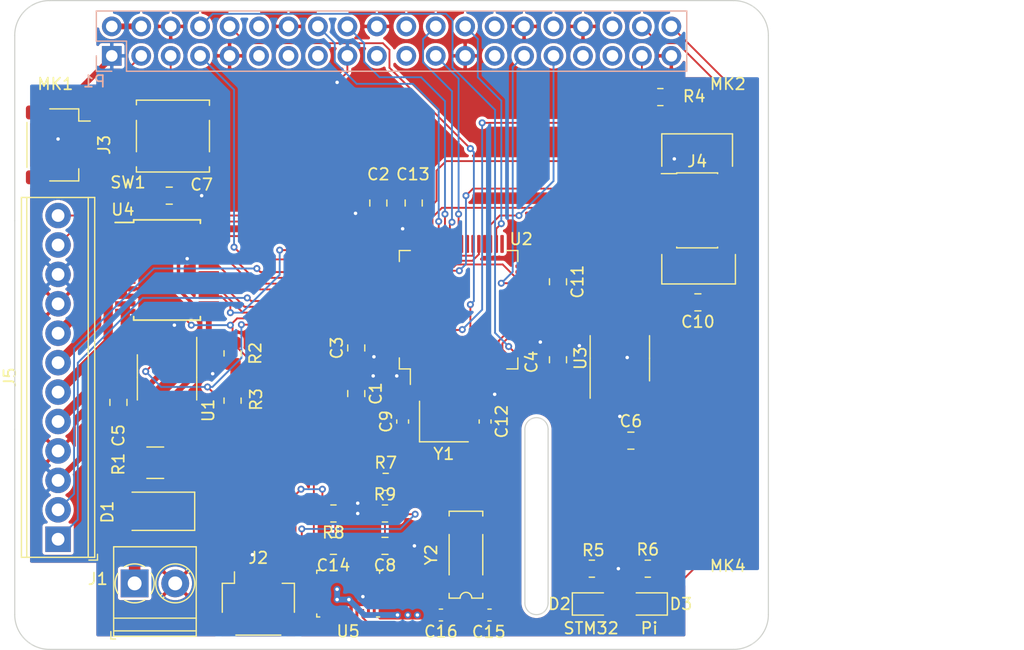
<source format=kicad_pcb>
(kicad_pcb (version 20171130) (host pcbnew "(5.1.9-0-10_14)")
  (title_block (date "15 nov 2012"))
  (layers (0 F.Cu signal) (31 B.Cu signal) (34 B.Paste user) (35 F.Paste user) (36 B.SilkS user) (37 F.SilkS user) (38 B.Mask user) (39 F.Mask user) (44 Edge.Cuts user))
  (net 0 "")
  (net 1 +3V3)
  (net 2 +5V)
  (net 3 GND)
  (net 4 !RESET)
  (net 5 LED)
  (net 6 PI_LED)
  (net 7 +12V)
  (net 8 ENC_B2)
  (net 9 ENC_B1)
  (net 10 ENC_A2)
  (net 11 ENC_A1)
  (net 12 SDA)
  (net 13 PI_SDA)
  (net 14 PI_SCL)
  (net 15 PI4_TX)
  (net 16 PI_TX)
  (net 17 PI_RX)
  (net 18 BOOT0)
  (net 19 PI4_RTS)
  (net 20 PI4_RX)
  (net 21 PI4_CTS)
  (net 22 SCL)
  (net 23 FLASH_MOSI)
  (net 24 FLASH_MISO)
  (net 25 FLASH_SCK)
  (net 26 FLASH_CS)
  (net 27 PWMB)
  (net 28 PWMA)
  (net 29 !STBY)
  (net 30 IMU_INT)
  (net 31 !IMU_RESET)
  (net 32 BIN2)
  (net 33 BIN1)
  (net 34 AIN2)
  (net 35 AIN1)
  (net 36 SWCLK)
  (net 37 SWDIO)
  (net 38 SWO)
  (net 39 "Net-(D2-Pad2)")
  (net 40 BO1)
  (net 41 BO2)
  (net 42 AO2)
  (net 43 AO1)
  (net 44 "Net-(U5-Pad8)")
  (net 45 "Net-(U5-Pad7)")
  (net 46 "Net-(U5-Pad1)")
  (net 47 /Vin1)
  (net 48 /Vin2)
  (net 49 "Net-(D3-Pad2)")
  (net 50 "Net-(J4-Pad7)")
  (net 51 "Net-(J4-Pad8)")
  (net 52 "Net-(U2-Pad62)")
  (net 53 "Net-(U2-Pad61)")
  (net 54 "Net-(U2-Pad54)")
  (net 55 "Net-(U2-Pad40)")
  (net 56 "Net-(U2-Pad39)")
  (net 57 "Net-(U2-Pad36)")
  (net 58 "Net-(U2-Pad33)")
  (net 59 "Net-(U2-Pad27)")
  (net 60 "Net-(U2-Pad26)")
  (net 61 "Net-(U2-Pad25)")
  (net 62 "Net-(U2-Pad24)")
  (net 63 "Net-(U2-Pad10)")
  (net 64 "Net-(U2-Pad9)")
  (net 65 "Net-(U2-Pad8)")
  (net 66 "Net-(U5-Pad13)")
  (net 67 "Net-(U5-Pad12)")
  (net 68 "Net-(U5-Pad21)")
  (net 69 "Net-(U5-Pad22)")
  (net 70 "Net-(U5-Pad23)")
  (net 71 "Net-(U5-Pad24)")
  (net 72 !IMU_BOOT)
  (net 73 "Net-(R8-Pad2)")
  (net 74 "Net-(R9-Pad2)")
  (net 75 "/GPIO17(GEN0)")
  (net 76 "/GPIO18(GEN1)(PWM0)")
  (net 77 "/GPIO27(GEN2)")
  (net 78 "/GPIO22(GEN3)")
  (net 79 PI_X4)
  (net 80 PI_X3)
  (net 81 "/GPIO10(SPI0_MOSI)")
  (net 82 "/GPIO9(SPI0_MISO)")
  (net 83 "/GPIO25(GEN6)")
  (net 84 PI_X1)
  (net 85 PI_X2)
  (net 86 /ID_SD)
  (net 87 /ID_SC)
  (net 88 "/GPIO12(PWM0)")
  (net 89 "/GPIO13(PWM1)")
  (net 90 "/GPIO19(SPI1_MISO)")
  (net 91 /GPIO16)
  (net 92 /PH0)
  (net 93 /VCAP_1)
  (net 94 /PH1)
  (net 95 /VCAP_2)
  (net 96 /CAP)
  (net 97 /XO32)
  (net 98 /XI32)
  (module Resistor_SMD:R_0805_2012Metric (layer F.Cu) (at 254.6015 143.033)
    (fp_text reference R6 (at 0 -1.65) (layer F.SilkS))
    (fp_text value 1k)
    (pad 2 smd roundrect (at 0.9125 0) (size 1.025 1.4) (layers F.Cu F.Paste F.Mask) (roundrect_rratio 0.243902) (net 49 "Net-(D3-Pad2)"))
    (pad 1 smd roundrect (at -0.9125 0) (size 1.025 1.4) (layers F.Cu F.Paste F.Mask) (roundrect_rratio 0.243902) (net 1 +3V3))
  )
  (module Resistor_SMD:R_0805_2012Metric (layer F.Cu) (at 249.7755 143.033 180)
    (fp_text reference R5 (at -0.127 1.5875) (layer F.SilkS))
    (fp_text value 1k)
    (pad 2 smd roundrect (at 0.9125 0 180) (size 1.025 1.4) (layers F.Cu F.Paste F.Mask) (roundrect_rratio 0.243902) (net 39 "Net-(D2-Pad2)"))
    (pad 1 smd roundrect (at -0.9125 0 180) (size 1.025 1.4) (layers F.Cu F.Paste F.Mask) (roundrect_rratio 0.243902) (net 1 +3V3))
  )
  (module LED_SMD:LED_0805_2012Metric (layer F.Cu) (at 254.6015 146.081 180)
    (fp_text reference D3 (at -2.8575 0) (layer F.SilkS))
    (fp_text value GREEN)
    (pad 2 smd roundrect (at 0.9375 0 180) (size 0.975 1.4) (layers F.Cu F.Paste F.Mask) (net 49 "Net-(D3-Pad2)"))
    (pad 1 smd roundrect (at -0.9375 0 180) (size 0.975 1.4) (layers F.Cu F.Paste F.Mask) (net 6 PI_LED))
  )
  (module LED_SMD:LED_0805_2012Metric (layer F.Cu) (at 249.7755 146.081)
    (fp_text reference D2 (at -2.794 0) (layer F.SilkS))
    (fp_text value RED)
    (pad 2 smd roundrect (at 0.9375 0) (size 0.975 1.4) (layers F.Cu F.Paste F.Mask) (net 39 "Net-(D2-Pad2)"))
    (pad 1 smd roundrect (at -0.9375 0) (size 0.975 1.4) (layers F.Cu F.Paste F.Mask) (net 5 LED))
  )
  (module Button_Switch_SMD:SW_SPST_EVPBF (layer F.Cu) (at 213.644 105.695 180)
    (fp_text reference SW1 (at 3.8735 -4.0005) (layer F.SilkS))
    (fp_text value SW_Push)
    (pad 2 smd rect (at 2.88 2 180) (size 2.75 1) (layers F.Cu F.Paste F.Mask) (net 3 GND))
    (pad 2 smd rect (at -2.88 2 180) (size 2.75 1) (layers F.Cu F.Paste F.Mask) (net 3 GND))
    (pad 1 smd rect (at -2.88 -2 180) (size 2.75 1) (layers F.Cu F.Paste F.Mask) (net 14 PI_SCL))
    (pad 1 smd rect (at 2.88 -2 180) (size 2.75 1) (layers F.Cu F.Paste F.Mask) (net 14 PI_SCL))
  )
  (module Capacitor_SMD:C_0603_1608Metric (layer F.Cu) (at 240.568 130.333 270)
    (fp_text reference C12 (at 0 -1.43 90) (layer F.SilkS))
    (fp_text value 22p)
    (pad 2 smd roundrect (at 0.775 0 270) (size 0.9 0.95) (layers F.Cu F.Paste F.Mask) (net 3 GND))
    (pad 1 smd roundrect (at -0.775 0 270) (size 0.9 0.95) (layers F.Cu F.Paste F.Mask) (net 94 /PH1))
  )
  (module Capacitor_SMD:C_0603_1608Metric (layer F.Cu) (at 233.456 130.333 90)
    (fp_text reference C9 (at 0 -1.43 90) (layer F.SilkS))
    (fp_text value 22p)
    (pad 2 smd roundrect (at 0.775 0 90) (size 0.9 0.95) (layers F.Cu F.Paste F.Mask) (net 3 GND))
    (pad 1 smd roundrect (at -0.775 0 90) (size 0.9 0.95) (layers F.Cu F.Paste F.Mask) (net 92 /PH0))
  )
  (module Package_LGA:LGA-28_5.2x3.8mm_P0.5mm (layer F.Cu) (at 228.757 145.192 180)
    (fp_text reference U5 (at 0 -3.25) (layer F.SilkS))
    (fp_text value BNO085)
    (pad 16 smd rect (at 2.3875 0.75 270) (size 0.254 0.675) (layers F.Cu F.Paste F.Mask) (net 73 "Net-(R8-Pad2)"))
    (pad 17 smd rect (at 2.3875 0.25 270) (size 0.254 0.675) (layers F.Cu F.Paste F.Mask) (net 3 GND))
    (pad 18 smd rect (at 2.3875 -0.25 270) (size 0.254 0.675) (layers F.Cu F.Paste F.Mask) (net 3 GND))
    (pad 15 smd rect (at 2.25 1.6625 180) (size 0.254 0.675) (layers F.Cu F.Paste F.Mask) (net 74 "Net-(R9-Pad2)"))
    (pad 14 smd rect (at 1.75 1.6625 180) (size 0.254 0.675) (layers F.Cu F.Paste F.Mask) (net 30 IMU_INT))
    (pad 13 smd rect (at 1.25 1.6625 180) (size 0.254 0.675) (layers F.Cu F.Paste F.Mask) (net 66 "Net-(U5-Pad13)"))
    (pad 12 smd rect (at 0.75 1.6625 180) (size 0.254 0.675) (layers F.Cu F.Paste F.Mask) (net 67 "Net-(U5-Pad12)"))
    (pad 11 smd rect (at 0.25 1.6625 180) (size 0.254 0.675) (layers F.Cu F.Paste F.Mask) (net 31 !IMU_RESET))
    (pad 10 smd rect (at -0.25 1.6625 180) (size 0.254 0.675) (layers F.Cu F.Paste F.Mask) (net 3 GND))
    (pad 9 smd rect (at -0.75 1.6625 180) (size 0.254 0.675) (layers F.Cu F.Paste F.Mask) (net 96 /CAP))
    (pad 8 smd rect (at -1.25 1.6625 180) (size 0.254 0.675) (layers F.Cu F.Paste F.Mask) (net 44 "Net-(U5-Pad8)"))
    (pad 7 smd rect (at -1.75 1.6625 180) (size 0.254 0.675) (layers F.Cu F.Paste F.Mask) (net 45 "Net-(U5-Pad7)"))
    (pad 20 smd rect (at 2.25 -1.6625 180) (size 0.254 0.675) (layers F.Cu F.Paste F.Mask) (net 12 SDA))
    (pad 21 smd rect (at 1.75 -1.6625 180) (size 0.254 0.675) (layers F.Cu F.Paste F.Mask) (net 68 "Net-(U5-Pad21)"))
    (pad 22 smd rect (at 1.25 -1.6625 180) (size 0.254 0.675) (layers F.Cu F.Paste F.Mask) (net 69 "Net-(U5-Pad22)"))
    (pad 23 smd rect (at 0.75 -1.6625 180) (size 0.254 0.675) (layers F.Cu F.Paste F.Mask) (net 70 "Net-(U5-Pad23)"))
    (pad 24 smd rect (at 0.25 -1.6625 180) (size 0.254 0.675) (layers F.Cu F.Paste F.Mask) (net 71 "Net-(U5-Pad24)"))
    (pad 25 smd rect (at -0.25 -1.6625 180) (size 0.254 0.675) (layers F.Cu F.Paste F.Mask) (net 3 GND))
    (pad 26 smd rect (at -0.75 -1.6625 180) (size 0.254 0.675) (layers F.Cu F.Paste F.Mask) (net 97 /XO32))
    (pad 27 smd rect (at -1.25 -1.6625 180) (size 0.254 0.675) (layers F.Cu F.Paste F.Mask) (net 98 /XI32))
    (pad 28 smd rect (at -1.75 -1.6625 180) (size 0.254 0.675) (layers F.Cu F.Paste F.Mask) (net 1 +3V3))
    (pad 5 smd rect (at -2.3875 0.75 270) (size 0.254 0.675) (layers F.Cu F.Paste F.Mask) (net 3 GND))
    (pad 4 smd rect (at -2.3875 0.25 270) (size 0.254 0.675) (layers F.Cu F.Paste F.Mask) (net 72 !IMU_BOOT))
    (pad 3 smd rect (at -2.3875 -0.25 270) (size 0.254 0.675) (layers F.Cu F.Paste F.Mask) (net 1 +3V3))
    (pad 1 smd rect (at -2.25 -1.6625 180) (size 0.254 0.675) (layers F.Cu F.Paste F.Mask) (net 46 "Net-(U5-Pad1)"))
    (pad 2 smd rect (at -2.3875 -0.75 270) (size 0.254 0.675) (layers F.Cu F.Paste F.Mask) (net 3 GND))
    (pad 6 smd rect (at -2.25 1.6625 180) (size 0.254 0.675) (layers F.Cu F.Paste F.Mask) (net 3 GND))
    (pad 19 smd rect (at 2.3875 -0.75 270) (size 0.254 0.675) (layers F.Cu F.Paste F.Mask) (net 22 SCL))
  )
  (module Crystal:Crystal_SMD_SeikoEpson_MC156-4Pin_7.1x2.5mm (layer F.Cu) (at 238.917 141.8265 90)
    (fp_text reference Y2 (at 0 -3 90) (layer F.SilkS))
    (fp_text value 32kHz)
    (pad 4 smd rect (at -2.54 -1.25 90) (size 1.2 1.5) (layers F.Cu F.Paste F.Mask) (net 98 /XI32))
    (pad 3 smd rect (at 2.54 -1.25 90) (size 1.2 1.5) (layers F.Cu F.Paste F.Mask) (net 3 GND))
    (pad 2 smd rect (at 2.54 1.25 90) (size 1.2 1.5) (layers F.Cu F.Paste F.Mask) (net 3 GND))
    (pad 1 smd rect (at -2.54 1.25 90) (size 1.2 1.5) (layers F.Cu F.Paste F.Mask) (net 97 /XO32))
  )
  (module Crystal:Crystal_SMD_SeikoEpson_FA238V-4Pin_3.2x2.5mm (layer F.Cu) (at 237.012 130.333)
    (fp_text reference Y1 (at 0 2.794) (layer F.SilkS))
    (fp_text value 12MHz)
    (pad 4 smd rect (at -1.2 -0.95) (size 1.4 1.2) (layers F.Cu F.Paste F.Mask) (net 3 GND))
    (pad 3 smd rect (at 1.2 -0.95) (size 1.4 1.2) (layers F.Cu F.Paste F.Mask) (net 94 /PH1))
    (pad 2 smd rect (at 1.2 0.95) (size 1.4 1.2) (layers F.Cu F.Paste F.Mask) (net 3 GND))
    (pad 1 smd rect (at -1.2 0.95) (size 1.4 1.2) (layers F.Cu F.Paste F.Mask) (net 92 /PH0))
  )
  (module Package_SO:SOIC-8_3.9x4.9mm_P1.27mm (layer F.Cu) (at 213.136 126.523 270)
    (fp_text reference U1 (at 2.8575 -3.556 90) (layer F.SilkS))
    (fp_text value INA219BxD)
    (pad 8 smd roundrect (at 2.475 -1.905 270) (size 1.95 0.6) (layers F.Cu F.Paste F.Mask) (net 48 /Vin2))
    (pad 7 smd roundrect (at 2.475 -0.635 270) (size 1.95 0.6) (layers F.Cu F.Paste F.Mask) (net 7 +12V))
    (pad 6 smd roundrect (at 2.475 0.635 270) (size 1.95 0.6) (layers F.Cu F.Paste F.Mask) (net 3 GND))
    (pad 5 smd roundrect (at 2.475 1.905 270) (size 1.95 0.6) (layers F.Cu F.Paste F.Mask) (net 1 +3V3))
    (pad 4 smd roundrect (at -2.475 1.905 270) (size 1.95 0.6) (layers F.Cu F.Paste F.Mask) (net 22 SCL))
    (pad 3 smd roundrect (at -2.475 0.635 270) (size 1.95 0.6) (layers F.Cu F.Paste F.Mask) (net 12 SDA))
    (pad 2 smd roundrect (at -2.475 -0.635 270) (size 1.95 0.6) (layers F.Cu F.Paste F.Mask) (net 1 +3V3))
    (pad 1 smd roundrect (at -2.475 -1.905 270) (size 1.95 0.6) (layers F.Cu F.Paste F.Mask) (net 1 +3V3))
  )
  (module Resistor_SMD:R_0805_2012Metric (layer F.Cu) (at 231.932 138.2705)
    (fp_text reference R9 (at 0 -1.65) (layer F.SilkS))
    (fp_text value 10k)
    (pad 2 smd roundrect (at 0.9125 0) (size 1.025 1.4) (layers F.Cu F.Paste F.Mask) (roundrect_rratio 0.243902) (net 74 "Net-(R9-Pad2)"))
    (pad 1 smd roundrect (at -0.9125 0) (size 1.025 1.4) (layers F.Cu F.Paste F.Mask) (roundrect_rratio 0.243902) (net 1 +3V3))
  )
  (module Resistor_SMD:R_0805_2012Metric (layer F.Cu) (at 227.487 138.2705 180)
    (fp_text reference R8 (at 0 -1.65) (layer F.SilkS))
    (fp_text value 10k)
    (pad 2 smd roundrect (at 0.9125 0 180) (size 1.025 1.4) (layers F.Cu F.Paste F.Mask) (roundrect_rratio 0.243902) (net 73 "Net-(R8-Pad2)"))
    (pad 1 smd roundrect (at -0.9125 0 180) (size 1.025 1.4) (layers F.Cu F.Paste F.Mask) (roundrect_rratio 0.243902) (net 1 +3V3))
  )
  (module Resistor_SMD:R_0805_2012Metric (layer F.Cu) (at 231.9955 135.54)
    (fp_text reference R7 (at 0 -1.65) (layer F.SilkS))
    (fp_text value 10k)
    (pad 2 smd roundrect (at 0.9125 0) (size 1.025 1.4) (layers F.Cu F.Paste F.Mask) (roundrect_rratio 0.243902) (net 72 !IMU_BOOT))
    (pad 1 smd roundrect (at -0.9125 0) (size 1.025 1.4) (layers F.Cu F.Paste F.Mask) (roundrect_rratio 0.243902) (net 1 +3V3))
  )
  (module Resistor_SMD:R_0805_2012Metric (layer F.Cu) (at 255.681 102.3295)
    (fp_text reference R4 (at 2.921 -0.0635) (layer F.SilkS))
    (fp_text value 100k)
    (pad 2 smd roundrect (at 0.9125 0) (size 1.025 1.4) (layers F.Cu F.Paste F.Mask) (roundrect_rratio 0.243902) (net 3 GND))
    (pad 1 smd roundrect (at -0.9125 0) (size 1.025 1.4) (layers F.Cu F.Paste F.Mask) (roundrect_rratio 0.243902) (net 18 BOOT0))
  )
  (module Resistor_SMD:R_0805_2012Metric (layer F.Cu) (at 218.7875 128.5315 270)
    (fp_text reference R3 (at -0.1035 -2.032 90) (layer F.SilkS))
    (fp_text value 4.7k)
    (pad 2 smd roundrect (at 0.9125 0 270) (size 1.025 1.4) (layers F.Cu F.Paste F.Mask) (roundrect_rratio 0.243902) (net 12 SDA))
    (pad 1 smd roundrect (at -0.9125 0 270) (size 1.025 1.4) (layers F.Cu F.Paste F.Mask) (roundrect_rratio 0.243902) (net 1 +3V3))
  )
  (module Resistor_SMD:R_0805_2012Metric (layer F.Cu) (at 218.7875 124.451 90)
    (fp_text reference R2 (at 0 1.9685 90) (layer F.SilkS))
    (fp_text value 4.7k)
    (pad 2 smd roundrect (at 0.9125 0 90) (size 1.025 1.4) (layers F.Cu F.Paste F.Mask) (roundrect_rratio 0.243902) (net 22 SCL))
    (pad 1 smd roundrect (at -0.9125 0 90) (size 1.025 1.4) (layers F.Cu F.Paste F.Mask) (roundrect_rratio 0.243902) (net 1 +3V3))
  )
  (module Resistor_SMD:R_1210_3225Metric (layer F.Cu) (at 212.12 133.889 180)
    (fp_text reference R1 (at 3.175 -0.127 90) (layer F.SilkS))
    (fp_text value 0.1)
    (pad 2 smd roundrect (at 1.4625 0 180) (size 1.125 2.65) (layers F.Cu F.Paste F.Mask) (roundrect_rratio 0.222222) (net 7 +12V))
    (pad 1 smd roundrect (at -1.4625 0 180) (size 1.125 2.65) (layers F.Cu F.Paste F.Mask) (roundrect_rratio 0.222222) (net 48 /Vin2))
  )
  (module swd_connector:SWD_PinHeader_2x05_P1.27mm_Vertical_SMD (layer F.Cu) (at 258.856 112.1085)
    (fp_text reference J4 (at 0 -4.235) (layer F.SilkS))
    (fp_text value Conn_02x05_Odd_Even)
    (pad 1 smd rect (at -1.95 -2.54) (size 2.4 0.74) (layers F.Cu F.Paste F.Mask) (net 1 +3V3))
    (pad 2 smd rect (at 1.95 -2.54) (size 2.4 0.74) (layers F.Cu F.Paste F.Mask) (net 37 SWDIO))
    (pad 3 smd rect (at -1.95 -1.27) (size 2.4 0.74) (layers F.Cu F.Paste F.Mask) (net 3 GND))
    (pad 4 smd rect (at 1.95 -1.27) (size 2.4 0.74) (layers F.Cu F.Paste F.Mask) (net 36 SWCLK))
    (pad 5 smd rect (at -1.95 0) (size 2.4 0.74) (layers F.Cu F.Paste F.Mask) (net 3 GND))
    (pad 6 smd rect (at 1.95 0) (size 2.4 0.74) (layers F.Cu F.Paste F.Mask) (net 38 SWO))
    (pad 7 smd rect (at -1.95 1.27) (size 2.4 0.74) (layers F.Cu F.Paste F.Mask) (net 50 "Net-(J4-Pad7)"))
    (pad 8 smd rect (at 1.95 1.27) (size 2.4 0.74) (layers F.Cu F.Paste F.Mask) (net 51 "Net-(J4-Pad8)"))
    (pad 9 smd rect (at -1.95 2.54) (size 2.4 0.74) (layers F.Cu F.Paste F.Mask) (net 3 GND))
    (pad 10 smd rect (at 1.95 2.54) (size 2.4 0.74) (layers F.Cu F.Paste F.Mask) (net 4 !RESET))
  )
  (module Diode_SMD:D_SMA (layer F.Cu) (at 212.12 138.08 180)
    (fp_text reference D1 (at 4.1275 -0.0635 90) (layer F.SilkS))
    (fp_text value MBRA340)
    (pad 2 smd rect (at 2 0 180) (size 2.5 1.8) (layers F.Cu F.Paste F.Mask) (net 47 /Vin1))
    (pad 1 smd rect (at -2 0 180) (size 2.5 1.8) (layers F.Cu F.Paste F.Mask) (net 48 /Vin2))
  )
  (module Capacitor_SMD:C_0603_1608Metric (layer F.Cu) (at 236.758 147.0335 180)
    (fp_text reference C16 (at 0 -1.43) (layer F.SilkS))
    (fp_text value 22p)
    (pad 2 smd roundrect (at 0.775 0 180) (size 0.9 0.95) (layers F.Cu F.Paste F.Mask) (net 3 GND))
    (pad 1 smd roundrect (at -0.775 0 180) (size 0.9 0.95) (layers F.Cu F.Paste F.Mask) (net 98 /XI32))
  )
  (module Capacitor_SMD:C_0603_1608Metric (layer F.Cu) (at 240.949 147.0335)
    (fp_text reference C15 (at -0.0635 1.4605) (layer F.SilkS))
    (fp_text value 22p)
    (pad 2 smd roundrect (at 0.775 0) (size 0.9 0.95) (layers F.Cu F.Paste F.Mask) (net 3 GND))
    (pad 1 smd roundrect (at -0.775 0) (size 0.9 0.95) (layers F.Cu F.Paste F.Mask) (net 97 /XO32))
  )
  (module Capacitor_SMD:C_0805_2012Metric (layer F.Cu) (at 227.487 141.0645 180)
    (fp_text reference C14 (at 0 -1.68) (layer F.SilkS))
    (fp_text value 100n)
    (pad 2 smd roundrect (at 0.95 0 180) (size 1 1.45) (layers F.Cu F.Paste F.Mask) (net 3 GND))
    (pad 1 smd roundrect (at -0.95 0 180) (size 1 1.45) (layers F.Cu F.Paste F.Mask) (net 96 /CAP))
  )
  (module Capacitor_SMD:C_0805_2012Metric (layer F.Cu) (at 234.4085 111.4735 90)
    (fp_text reference C13 (at 2.4765 -0.0635 180) (layer F.SilkS))
    (fp_text value 10u)
    (pad 2 smd roundrect (at 0.95 0 90) (size 1 1.45) (layers F.Cu F.Paste F.Mask) (net 3 GND))
    (pad 1 smd roundrect (at -0.95 0 90) (size 1 1.45) (layers F.Cu F.Paste F.Mask) (net 95 /VCAP_2))
  )
  (module Capacitor_SMD:C_0805_2012Metric (layer F.Cu) (at 246.8545 118.268 270)
    (fp_text reference C11 (at 0 -1.68 90) (layer F.SilkS))
    (fp_text value 10u)
    (pad 2 smd roundrect (at 0.95 0 270) (size 1 1.45) (layers F.Cu F.Paste F.Mask) (net 3 GND))
    (pad 1 smd roundrect (at -0.95 0 270) (size 1 1.45) (layers F.Cu F.Paste F.Mask) (net 93 /VCAP_1))
  )
  (module Capacitor_SMD:C_0805_2012Metric (layer F.Cu) (at 258.9195 120.046 180)
    (fp_text reference C10 (at 0 -1.68) (layer F.SilkS))
    (fp_text value 100n)
    (pad 2 smd roundrect (at 0.95 0 180) (size 1 1.45) (layers F.Cu F.Paste F.Mask) (net 3 GND))
    (pad 1 smd roundrect (at -0.95 0 180) (size 1 1.45) (layers F.Cu F.Paste F.Mask) (net 4 !RESET))
  )
  (module Capacitor_SMD:C_0805_2012Metric (layer F.Cu) (at 231.932 141.0645 180)
    (fp_text reference C8 (at 0 -1.68) (layer F.SilkS))
    (fp_text value 100n)
    (pad 2 smd roundrect (at 0.95 0 180) (size 1 1.45) (layers F.Cu F.Paste F.Mask) (net 3 GND))
    (pad 1 smd roundrect (at -0.95 0 180) (size 1 1.45) (layers F.Cu F.Paste F.Mask) (net 1 +3V3))
  )
  (module Capacitor_SMD:C_0805_2012Metric (layer F.Cu) (at 213.3265 110.8385 180)
    (fp_text reference C7 (at -2.794 0.9525) (layer F.SilkS))
    (fp_text value 100n)
    (pad 2 smd roundrect (at 0.95 0 180) (size 1 1.45) (layers F.Cu F.Paste F.Mask) (net 3 GND))
    (pad 1 smd roundrect (at -0.95 0 180) (size 1 1.45) (layers F.Cu F.Paste F.Mask) (net 1 +3V3))
  )
  (module Capacitor_SMD:C_0805_2012Metric (layer F.Cu) (at 253.141 131.984)
    (fp_text reference C6 (at 0 -1.68) (layer F.SilkS))
    (fp_text value 100n)
    (pad 2 smd roundrect (at 0.95 0) (size 1 1.45) (layers F.Cu F.Paste F.Mask) (net 3 GND))
    (pad 1 smd roundrect (at -0.95 0) (size 1 1.45) (layers F.Cu F.Paste F.Mask) (net 1 +3V3))
  )
  (module Capacitor_SMD:C_0805_2012Metric (layer F.Cu) (at 208.945 128.682 90)
    (fp_text reference C5 (at -2.8575 0 90) (layer F.SilkS))
    (fp_text value 100n)
    (pad 2 smd roundrect (at 0.95 0 90) (size 1 1.45) (layers F.Cu F.Paste F.Mask) (net 3 GND))
    (pad 1 smd roundrect (at -0.95 0 90) (size 1 1.45) (layers F.Cu F.Paste F.Mask) (net 1 +3V3))
  )
  (module Capacitor_SMD:C_0805_2012Metric (layer F.Cu) (at 246.8545 124.999 270)
    (fp_text reference C4 (at 0.1905 2.286 90) (layer F.SilkS))
    (fp_text value 100n)
    (pad 2 smd roundrect (at 0.95 0 270) (size 1 1.45) (layers F.Cu F.Paste F.Mask) (net 3 GND))
    (pad 1 smd roundrect (at -0.95 0 270) (size 1 1.45) (layers F.Cu F.Paste F.Mask) (net 1 +3V3))
  )
  (module Capacitor_SMD:C_0805_2012Metric (layer F.Cu) (at 229.4555 123.983 90)
    (fp_text reference C3 (at 0 -1.68 90) (layer F.SilkS))
    (fp_text value 1u)
    (pad 2 smd roundrect (at 0.95 0 90) (size 1 1.45) (layers F.Cu F.Paste F.Mask) (net 3 GND))
    (pad 1 smd roundrect (at -0.95 0 90) (size 1 1.45) (layers F.Cu F.Paste F.Mask) (net 1 +3V3))
  )
  (module Capacitor_SMD:C_0805_2012Metric (layer F.Cu) (at 231.3605 111.4735 90)
    (fp_text reference C2 (at 2.4765 0 180) (layer F.SilkS))
    (fp_text value 1u)
    (pad 2 smd roundrect (at 0.95 0 90) (size 1 1.45) (layers F.Cu F.Paste F.Mask) (net 3 GND))
    (pad 1 smd roundrect (at -0.95 0 90) (size 1 1.45) (layers F.Cu F.Paste F.Mask) (net 1 +3V3))
  )
  (module Capacitor_SMD:C_0805_2012Metric (layer F.Cu) (at 229.4555 127.92 270)
    (fp_text reference C1 (at 0 -1.68 90) (layer F.SilkS))
    (fp_text value 10u)
    (pad 2 smd roundrect (at 0.95 0 270) (size 1 1.45) (layers F.Cu F.Paste F.Mask) (net 3 GND))
    (pad 1 smd roundrect (at -0.95 0 270) (size 1 1.45) (layers F.Cu F.Paste F.Mask) (net 1 +3V3))
  )
  (module Connector_JST:JST_SH_SM04B-SRSS-TB_1x04-1MP_P1.00mm_Horizontal (layer F.Cu) (at 203.738 106.457 270)
    (fp_text reference J3 (at 0 -3.98 90) (layer F.SilkS))
    (fp_text value Conn_01x04)
    (pad MP smd roundrect (at 2.8 1.875 270) (size 1.2 1.8) (layers F.Cu F.Paste F.Mask) (roundrect_rratio 0.208333))
    (pad MP smd roundrect (at -2.8 1.875 270) (size 1.2 1.8) (layers F.Cu F.Paste F.Mask) (roundrect_rratio 0.208333))
    (pad 4 smd roundrect (at 1.5 -2 270) (size 0.6 1.55) (layers F.Cu F.Paste F.Mask) (net 14 PI_SCL))
    (pad 3 smd roundrect (at 0.5 -2 270) (size 0.6 1.55) (layers F.Cu F.Paste F.Mask) (net 13 PI_SDA))
    (pad 2 smd roundrect (at -0.5 -2 270) (size 0.6 1.55) (layers F.Cu F.Paste F.Mask) (net 1 +3V3))
    (pad 1 smd roundrect (at -1.5 -2 270) (size 0.6 1.55) (layers F.Cu F.Paste F.Mask) (net 3 GND))
  )
  (module Connector_JST:JST_SH_SM04B-SRSS-TB_1x04-1MP_P1.00mm_Horizontal (layer F.Cu) (at 221.01 146.081)
    (fp_text reference J2 (at 0 -3.98) (layer F.SilkS))
    (fp_text value Conn_01x04)
    (pad MP smd roundrect (at 2.8 1.875) (size 1.2 1.8) (layers F.Cu F.Paste F.Mask) (roundrect_rratio 0.208333))
    (pad MP smd roundrect (at -2.8 1.875) (size 1.2 1.8) (layers F.Cu F.Paste F.Mask) (roundrect_rratio 0.208333))
    (pad 4 smd roundrect (at 1.5 -2) (size 0.6 1.55) (layers F.Cu F.Paste F.Mask) (net 22 SCL))
    (pad 3 smd roundrect (at 0.5 -2) (size 0.6 1.55) (layers F.Cu F.Paste F.Mask) (net 12 SDA))
    (pad 2 smd roundrect (at -0.5 -2) (size 0.6 1.55) (layers F.Cu F.Paste F.Mask) (net 1 +3V3))
    (pad 1 smd roundrect (at -1.5 -2) (size 0.6 1.55) (layers F.Cu F.Paste F.Mask) (net 3 GND))
  )
  (module TerminalBlock_Phoenix:TerminalBlock_Phoenix_PT-1,5-2-3.5-H_1x02_P3.50mm_Horizontal (layer F.Cu) (at 210.342 144.303)
    (fp_text reference J1 (at -3.175 -0.381) (layer F.SilkS))
    (fp_text value Screw_Terminal_01x02)
    (pad 2 thru_hole circle (at 3.5 0) (size 2.4 2.4) (drill 1.2) (layers *.Cu *.Mask) (net 3 GND))
    (pad 1 thru_hole rect (at 0 0) (size 2.4 2.4) (drill 1.2) (layers *.Cu *.Mask) (net 47 /Vin1))
  )
  (module TerminalBlock_Phoenix:TerminalBlock_Phoenix_MPT-0,5-12-2.54_1x12_P2.54mm_Horizontal (layer F.Cu) (at 203.738 140.493 90)
    (fp_text reference J5 (at 13.97 -4.16 90) (layer F.SilkS))
    (fp_text value Screw_Terminal_01x12)
    (pad 12 thru_hole circle (at 27.94 0 90) (size 2.2 2.2) (drill 1.1) (layers *.Cu *.Mask) (net 8 ENC_B2))
    (pad 11 thru_hole circle (at 25.4 0 90) (size 2.2 2.2) (drill 1.1) (layers *.Cu *.Mask) (net 9 ENC_B1))
    (pad 10 thru_hole circle (at 22.86 0 90) (size 2.2 2.2) (drill 1.1) (layers *.Cu *.Mask) (net 1 +3V3))
    (pad 9 thru_hole circle (at 20.32 0 90) (size 2.2 2.2) (drill 1.1) (layers *.Cu *.Mask) (net 3 GND))
    (pad 8 thru_hole circle (at 17.78 0 90) (size 2.2 2.2) (drill 1.1) (layers *.Cu *.Mask) (net 43 AO1))
    (pad 7 thru_hole circle (at 15.24 0 90) (size 2.2 2.2) (drill 1.1) (layers *.Cu *.Mask) (net 42 AO2))
    (pad 6 thru_hole circle (at 12.7 0 90) (size 2.2 2.2) (drill 1.1) (layers *.Cu *.Mask) (net 41 BO2))
    (pad 5 thru_hole circle (at 10.16 0 90) (size 2.2 2.2) (drill 1.1) (layers *.Cu *.Mask) (net 40 BO1))
    (pad 4 thru_hole circle (at 7.62 0 90) (size 2.2 2.2) (drill 1.1) (layers *.Cu *.Mask) (net 3 GND))
    (pad 3 thru_hole circle (at 5.08 0 90) (size 2.2 2.2) (drill 1.1) (layers *.Cu *.Mask) (net 1 +3V3))
    (pad 2 thru_hole circle (at 2.54 0 90) (size 2.2 2.2) (drill 1.1) (layers *.Cu *.Mask) (net 11 ENC_A1))
    (pad 1 thru_hole rect (at 0 0 90) (size 2.2 2.2) (drill 1.1) (layers *.Cu *.Mask) (net 10 ENC_A2))
  )
  (module Package_SO:SSOP-24_5.3x8.2mm_P0.65mm (layer F.Cu) (at 213.136 117.252)
    (fp_text reference U4 (at -3.81 -5.207) (layer F.SilkS))
    (fp_text value TB6612FNG)
    (pad 24 smd rect (at 3.6 -3.575) (size 1.75 0.45) (layers F.Cu F.Paste F.Mask) (net 7 +12V))
    (pad 23 smd rect (at 3.6 -2.925) (size 1.75 0.45) (layers F.Cu F.Paste F.Mask) (net 28 PWMA))
    (pad 22 smd rect (at 3.6 -2.275) (size 1.75 0.45) (layers F.Cu F.Paste F.Mask) (net 34 AIN2))
    (pad 21 smd rect (at 3.6 -1.625) (size 1.75 0.45) (layers F.Cu F.Paste F.Mask) (net 35 AIN1))
    (pad 20 smd rect (at 3.6 -0.975) (size 1.75 0.45) (layers F.Cu F.Paste F.Mask) (net 1 +3V3))
    (pad 19 smd rect (at 3.6 -0.325) (size 1.75 0.45) (layers F.Cu F.Paste F.Mask) (net 29 !STBY))
    (pad 18 smd rect (at 3.6 0.325) (size 1.75 0.45) (layers F.Cu F.Paste F.Mask) (net 3 GND))
    (pad 17 smd rect (at 3.6 0.975) (size 1.75 0.45) (layers F.Cu F.Paste F.Mask) (net 33 BIN1))
    (pad 16 smd rect (at 3.6 1.625) (size 1.75 0.45) (layers F.Cu F.Paste F.Mask) (net 32 BIN2))
    (pad 15 smd rect (at 3.6 2.275) (size 1.75 0.45) (layers F.Cu F.Paste F.Mask) (net 27 PWMB))
    (pad 14 smd rect (at 3.6 2.925) (size 1.75 0.45) (layers F.Cu F.Paste F.Mask) (net 7 +12V))
    (pad 13 smd rect (at 3.6 3.575) (size 1.75 0.45) (layers F.Cu F.Paste F.Mask) (net 7 +12V))
    (pad 12 smd rect (at -3.6 3.575) (size 1.75 0.45) (layers F.Cu F.Paste F.Mask) (net 40 BO1))
    (pad 11 smd rect (at -3.6 2.925) (size 1.75 0.45) (layers F.Cu F.Paste F.Mask) (net 40 BO1))
    (pad 10 smd rect (at -3.6 2.275) (size 1.75 0.45) (layers F.Cu F.Paste F.Mask) (net 3 GND))
    (pad 9 smd rect (at -3.6 1.625) (size 1.75 0.45) (layers F.Cu F.Paste F.Mask) (net 3 GND))
    (pad 8 smd rect (at -3.6 0.975) (size 1.75 0.45) (layers F.Cu F.Paste F.Mask) (net 41 BO2))
    (pad 7 smd rect (at -3.6 0.325) (size 1.75 0.45) (layers F.Cu F.Paste F.Mask) (net 41 BO2))
    (pad 6 smd rect (at -3.6 -0.325) (size 1.75 0.45) (layers F.Cu F.Paste F.Mask) (net 42 AO2))
    (pad 5 smd rect (at -3.6 -0.975) (size 1.75 0.45) (layers F.Cu F.Paste F.Mask) (net 42 AO2))
    (pad 4 smd rect (at -3.6 -1.625) (size 1.75 0.45) (layers F.Cu F.Paste F.Mask) (net 3 GND))
    (pad 3 smd rect (at -3.6 -2.275) (size 1.75 0.45) (layers F.Cu F.Paste F.Mask) (net 3 GND))
    (pad 2 smd rect (at -3.6 -2.925) (size 1.75 0.45) (layers F.Cu F.Paste F.Mask) (net 43 AO1))
    (pad 1 smd rect (at -3.6 -3.575) (size 1.75 0.45) (layers F.Cu F.Paste F.Mask) (net 43 AO1))
  )
  (module Package_SO:SOP-8_3.9x4.9mm_P1.27mm (layer F.Cu) (at 252.1885 124.872 90)
    (fp_text reference U3 (at 0 -3.4 90) (layer F.SilkS))
    (fp_text value S25FL128LAGMFI013)
    (pad 8 smd roundrect (at 2.625 -1.905 90) (size 1.65 0.6) (layers F.Cu F.Paste F.Mask) (net 1 +3V3))
    (pad 7 smd roundrect (at 2.625 -0.635 90) (size 1.65 0.6) (layers F.Cu F.Paste F.Mask) (net 1 +3V3))
    (pad 6 smd roundrect (at 2.625 0.635 90) (size 1.65 0.6) (layers F.Cu F.Paste F.Mask) (net 25 FLASH_SCK))
    (pad 5 smd roundrect (at 2.625 1.905 90) (size 1.65 0.6) (layers F.Cu F.Paste F.Mask) (net 23 FLASH_MOSI))
    (pad 4 smd roundrect (at -2.625 1.905 90) (size 1.65 0.6) (layers F.Cu F.Paste F.Mask) (net 3 GND))
    (pad 3 smd roundrect (at -2.625 0.635 90) (size 1.65 0.6) (layers F.Cu F.Paste F.Mask) (net 1 +3V3))
    (pad 2 smd roundrect (at -2.625 -0.635 90) (size 1.65 0.6) (layers F.Cu F.Paste F.Mask) (net 24 FLASH_MISO))
    (pad 1 smd roundrect (at -2.625 -1.905 90) (size 1.65 0.6) (layers F.Cu F.Paste F.Mask) (net 26 FLASH_CS))
  )
  (module Package_QFP:LQFP-64_10x10mm_P0.5mm (layer F.Cu) (at 238.282 120.681 90)
    (fp_text reference U2 (at 6.096 5.3975 180) (layer F.SilkS))
    (fp_text value STM32F405RGTx)
    (pad 64 smd roundrect (at -3.75 -5.675 90) (size 0.3 1.55) (layers F.Cu F.Paste F.Mask) (net 1 +3V3))
    (pad 63 smd roundrect (at -3.25 -5.675 90) (size 0.3 1.55) (layers F.Cu F.Paste F.Mask) (net 3 GND))
    (pad 62 smd roundrect (at -2.75 -5.675 90) (size 0.3 1.55) (layers F.Cu F.Paste F.Mask) (net 52 "Net-(U2-Pad62)"))
    (pad 61 smd roundrect (at -2.25 -5.675 90) (size 0.3 1.55) (layers F.Cu F.Paste F.Mask) (net 53 "Net-(U2-Pad61)"))
    (pad 60 smd roundrect (at -1.75 -5.675 90) (size 0.3 1.55) (layers F.Cu F.Paste F.Mask) (net 18 BOOT0))
    (pad 59 smd roundrect (at -1.25 -5.675 90) (size 0.3 1.55) (layers F.Cu F.Paste F.Mask) (net 12 SDA))
    (pad 58 smd roundrect (at -0.75 -5.675 90) (size 0.3 1.55) (layers F.Cu F.Paste F.Mask) (net 22 SCL))
    (pad 57 smd roundrect (at -0.25 -5.675 90) (size 0.3 1.55) (layers F.Cu F.Paste F.Mask) (net 32 BIN2))
    (pad 56 smd roundrect (at 0.25 -5.675 90) (size 0.3 1.55) (layers F.Cu F.Paste F.Mask) (net 33 BIN1))
    (pad 55 smd roundrect (at 0.75 -5.675 90) (size 0.3 1.55) (layers F.Cu F.Paste F.Mask) (net 10 ENC_A2))
    (pad 54 smd roundrect (at 1.25 -5.675 90) (size 0.3 1.55) (layers F.Cu F.Paste F.Mask) (net 54 "Net-(U2-Pad54)"))
    (pad 53 smd roundrect (at 1.75 -5.675 90) (size 0.3 1.55) (layers F.Cu F.Paste F.Mask) (net 29 !STBY))
    (pad 52 smd roundrect (at 2.25 -5.675 90) (size 0.3 1.55) (layers F.Cu F.Paste F.Mask) (net 35 AIN1))
    (pad 51 smd roundrect (at 2.75 -5.675 90) (size 0.3 1.55) (layers F.Cu F.Paste F.Mask) (net 34 AIN2))
    (pad 50 smd roundrect (at 3.25 -5.675 90) (size 0.3 1.55) (layers F.Cu F.Paste F.Mask) (net 11 ENC_A1))
    (pad 49 smd roundrect (at 3.75 -5.675 90) (size 0.3 1.55) (layers F.Cu F.Paste F.Mask) (net 36 SWCLK))
    (pad 48 smd roundrect (at 5.675 -3.75 90) (size 1.55 0.3) (layers F.Cu F.Paste F.Mask) (net 1 +3V3))
    (pad 47 smd roundrect (at 5.675 -3.25 90) (size 1.55 0.3) (layers F.Cu F.Paste F.Mask) (net 95 /VCAP_2))
    (pad 46 smd roundrect (at 5.675 -2.75 90) (size 1.55 0.3) (layers F.Cu F.Paste F.Mask) (net 37 SWDIO))
    (pad 45 smd roundrect (at 5.675 -2.25 90) (size 1.55 0.3) (layers F.Cu F.Paste F.Mask) (net 38 SWO))
    (pad 44 smd roundrect (at 5.675 -1.75 90) (size 1.55 0.3) (layers F.Cu F.Paste F.Mask) (net 79 PI_X4))
    (pad 43 smd roundrect (at 5.675 -1.25 90) (size 1.55 0.3) (layers F.Cu F.Paste F.Mask) (net 80 PI_X3))
    (pad 42 smd roundrect (at 5.675 -0.75 90) (size 1.55 0.3) (layers F.Cu F.Paste F.Mask) (net 85 PI_X2))
    (pad 41 smd roundrect (at 5.675 -0.25 90) (size 1.55 0.3) (layers F.Cu F.Paste F.Mask) (net 84 PI_X1))
    (pad 40 smd roundrect (at 5.675 0.25 90) (size 1.55 0.3) (layers F.Cu F.Paste F.Mask) (net 55 "Net-(U2-Pad40)"))
    (pad 39 smd roundrect (at 5.675 0.75 90) (size 1.55 0.3) (layers F.Cu F.Paste F.Mask) (net 56 "Net-(U2-Pad39)"))
    (pad 38 smd roundrect (at 5.675 1.25 90) (size 1.55 0.3) (layers F.Cu F.Paste F.Mask) (net 28 PWMA))
    (pad 37 smd roundrect (at 5.675 1.75 90) (size 1.55 0.3) (layers F.Cu F.Paste F.Mask) (net 27 PWMB))
    (pad 36 smd roundrect (at 5.675 2.25 90) (size 1.55 0.3) (layers F.Cu F.Paste F.Mask) (net 57 "Net-(U2-Pad36)"))
    (pad 35 smd roundrect (at 5.675 2.75 90) (size 1.55 0.3) (layers F.Cu F.Paste F.Mask) (net 21 PI4_CTS))
    (pad 34 smd roundrect (at 5.675 3.25 90) (size 1.55 0.3) (layers F.Cu F.Paste F.Mask) (net 19 PI4_RTS))
    (pad 33 smd roundrect (at 5.675 3.75 90) (size 1.55 0.3) (layers F.Cu F.Paste F.Mask) (net 58 "Net-(U2-Pad33)"))
    (pad 32 smd roundrect (at 3.75 5.675 90) (size 0.3 1.55) (layers F.Cu F.Paste F.Mask) (net 1 +3V3))
    (pad 31 smd roundrect (at 3.25 5.675 90) (size 0.3 1.55) (layers F.Cu F.Paste F.Mask) (net 93 /VCAP_1))
    (pad 30 smd roundrect (at 2.75 5.675 90) (size 0.3 1.55) (layers F.Cu F.Paste F.Mask) (net 15 PI4_TX))
    (pad 29 smd roundrect (at 2.25 5.675 90) (size 0.3 1.55) (layers F.Cu F.Paste F.Mask) (net 20 PI4_RX))
    (pad 28 smd roundrect (at 1.75 5.675 90) (size 0.3 1.55) (layers F.Cu F.Paste F.Mask) (net 3 GND))
    (pad 27 smd roundrect (at 1.25 5.675 90) (size 0.3 1.55) (layers F.Cu F.Paste F.Mask) (net 59 "Net-(U2-Pad27)"))
    (pad 26 smd roundrect (at 0.75 5.675 90) (size 0.3 1.55) (layers F.Cu F.Paste F.Mask) (net 60 "Net-(U2-Pad26)"))
    (pad 25 smd roundrect (at 0.25 5.675 90) (size 0.3 1.55) (layers F.Cu F.Paste F.Mask) (net 61 "Net-(U2-Pad25)"))
    (pad 24 smd roundrect (at -0.25 5.675 90) (size 0.3 1.55) (layers F.Cu F.Paste F.Mask) (net 62 "Net-(U2-Pad24)"))
    (pad 23 smd roundrect (at -0.75 5.675 90) (size 0.3 1.55) (layers F.Cu F.Paste F.Mask) (net 23 FLASH_MOSI))
    (pad 22 smd roundrect (at -1.25 5.675 90) (size 0.3 1.55) (layers F.Cu F.Paste F.Mask) (net 24 FLASH_MISO))
    (pad 21 smd roundrect (at -1.75 5.675 90) (size 0.3 1.55) (layers F.Cu F.Paste F.Mask) (net 25 FLASH_SCK))
    (pad 20 smd roundrect (at -2.25 5.675 90) (size 0.3 1.55) (layers F.Cu F.Paste F.Mask) (net 26 FLASH_CS))
    (pad 19 smd roundrect (at -2.75 5.675 90) (size 0.3 1.55) (layers F.Cu F.Paste F.Mask) (net 1 +3V3))
    (pad 18 smd roundrect (at -3.25 5.675 90) (size 0.3 1.55) (layers F.Cu F.Paste F.Mask) (net 3 GND))
    (pad 17 smd roundrect (at -3.75 5.675 90) (size 0.3 1.55) (layers F.Cu F.Paste F.Mask) (net 16 PI_TX))
    (pad 16 smd roundrect (at -5.675 3.75 90) (size 1.55 0.3) (layers F.Cu F.Paste F.Mask) (net 17 PI_RX))
    (pad 15 smd roundrect (at -5.675 3.25 90) (size 1.55 0.3) (layers F.Cu F.Paste F.Mask) (net 8 ENC_B2))
    (pad 14 smd roundrect (at -5.675 2.75 90) (size 1.55 0.3) (layers F.Cu F.Paste F.Mask) (net 9 ENC_B1))
    (pad 13 smd roundrect (at -5.675 2.25 90) (size 1.55 0.3) (layers F.Cu F.Paste F.Mask) (net 1 +3V3))
    (pad 12 smd roundrect (at -5.675 1.75 90) (size 1.55 0.3) (layers F.Cu F.Paste F.Mask) (net 3 GND))
    (pad 11 smd roundrect (at -5.675 1.25 90) (size 1.55 0.3) (layers F.Cu F.Paste F.Mask) (net 5 LED))
    (pad 10 smd roundrect (at -5.675 0.75 90) (size 1.55 0.3) (layers F.Cu F.Paste F.Mask) (net 63 "Net-(U2-Pad10)"))
    (pad 9 smd roundrect (at -5.675 0.25 90) (size 1.55 0.3) (layers F.Cu F.Paste F.Mask) (net 64 "Net-(U2-Pad9)"))
    (pad 8 smd roundrect (at -5.675 -0.25 90) (size 1.55 0.3) (layers F.Cu F.Paste F.Mask) (net 65 "Net-(U2-Pad8)"))
    (pad 7 smd roundrect (at -5.675 -0.75 90) (size 1.55 0.3) (layers F.Cu F.Paste F.Mask) (net 4 !RESET))
    (pad 6 smd roundrect (at -5.675 -1.25 90) (size 1.55 0.3) (layers F.Cu F.Paste F.Mask) (net 94 /PH1))
    (pad 5 smd roundrect (at -5.675 -1.75 90) (size 1.55 0.3) (layers F.Cu F.Paste F.Mask) (net 92 /PH0))
    (pad 4 smd roundrect (at -5.675 -2.25 90) (size 1.55 0.3) (layers F.Cu F.Paste F.Mask) (net 72 !IMU_BOOT))
    (pad 3 smd roundrect (at -5.675 -2.75 90) (size 1.55 0.3) (layers F.Cu F.Paste F.Mask) (net 31 !IMU_RESET))
    (pad 2 smd roundrect (at -5.675 -3.25 90) (size 1.55 0.3) (layers F.Cu F.Paste F.Mask) (net 30 IMU_INT))
    (pad 1 smd roundrect (at -5.675 -3.75 90) (size 1.55 0.3) (layers F.Cu F.Paste F.Mask) (net 1 +3V3))
  )
  (module Connector_PinSocket_2.54mm:PinSocket_2x20_P2.54mm_Vertical (layer B.Cu) (at 208.37 98.77 270)
    (fp_text reference P1 (at 2.208 1.512) (layer B.SilkS) (effects (justify mirror)))
    (fp_text value Conn_02x20_Odd_Even)
    (pad 1 thru_hole rect (at 0 0 270) (size 1.7 1.7) (drill 1) (layers *.Cu *.Mask) (net 1 +3V3))
    (pad 2 thru_hole oval (at -2.54 0 270) (size 1.7 1.7) (drill 1) (layers *.Cu *.Mask) (net 2 +5V))
    (pad 3 thru_hole oval (at 0 -2.54 270) (size 1.7 1.7) (drill 1) (layers *.Cu *.Mask) (net 13 PI_SDA))
    (pad 4 thru_hole oval (at -2.54 -2.54 270) (size 1.7 1.7) (drill 1) (layers *.Cu *.Mask) (net 2 +5V))
    (pad 5 thru_hole oval (at 0 -5.08 270) (size 1.7 1.7) (drill 1) (layers *.Cu *.Mask) (net 14 PI_SCL))
    (pad 6 thru_hole oval (at -2.54 -5.08 270) (size 1.7 1.7) (drill 1) (layers *.Cu *.Mask) (net 3 GND))
    (pad 7 thru_hole oval (at 0 -7.62 270) (size 1.7 1.7) (drill 1) (layers *.Cu *.Mask) (net 15 PI4_TX))
    (pad 8 thru_hole oval (at -2.54 -7.62 270) (size 1.7 1.7) (drill 1) (layers *.Cu *.Mask) (net 16 PI_TX))
    (pad 9 thru_hole oval (at 0 -10.16 270) (size 1.7 1.7) (drill 1) (layers *.Cu *.Mask) (net 3 GND))
    (pad 10 thru_hole oval (at -2.54 -10.16 270) (size 1.7 1.7) (drill 1) (layers *.Cu *.Mask) (net 17 PI_RX))
    (pad 11 thru_hole oval (at 0 -12.7 270) (size 1.7 1.7) (drill 1) (layers *.Cu *.Mask) (net 75 "/GPIO17(GEN0)"))
    (pad 12 thru_hole oval (at -2.54 -12.7 270) (size 1.7 1.7) (drill 1) (layers *.Cu *.Mask) (net 76 "/GPIO18(GEN1)(PWM0)"))
    (pad 13 thru_hole oval (at 0 -15.24 270) (size 1.7 1.7) (drill 1) (layers *.Cu *.Mask) (net 77 "/GPIO27(GEN2)"))
    (pad 14 thru_hole oval (at -2.54 -15.24 270) (size 1.7 1.7) (drill 1) (layers *.Cu *.Mask) (net 3 GND))
    (pad 15 thru_hole oval (at 0 -17.78 270) (size 1.7 1.7) (drill 1) (layers *.Cu *.Mask) (net 78 "/GPIO22(GEN3)"))
    (pad 16 thru_hole oval (at -2.54 -17.78 270) (size 1.7 1.7) (drill 1) (layers *.Cu *.Mask) (net 79 PI_X4))
    (pad 17 thru_hole oval (at 0 -20.32 270) (size 1.7 1.7) (drill 1) (layers *.Cu *.Mask) (net 1 +3V3))
    (pad 18 thru_hole oval (at -2.54 -20.32 270) (size 1.7 1.7) (drill 1) (layers *.Cu *.Mask) (net 80 PI_X3))
    (pad 19 thru_hole oval (at 0 -22.86 270) (size 1.7 1.7) (drill 1) (layers *.Cu *.Mask) (net 81 "/GPIO10(SPI0_MOSI)"))
    (pad 20 thru_hole oval (at -2.54 -22.86 270) (size 1.7 1.7) (drill 1) (layers *.Cu *.Mask) (net 3 GND))
    (pad 21 thru_hole oval (at 0 -25.4 270) (size 1.7 1.7) (drill 1) (layers *.Cu *.Mask) (net 82 "/GPIO9(SPI0_MISO)"))
    (pad 22 thru_hole oval (at -2.54 -25.4 270) (size 1.7 1.7) (drill 1) (layers *.Cu *.Mask) (net 83 "/GPIO25(GEN6)"))
    (pad 23 thru_hole oval (at 0 -27.94 270) (size 1.7 1.7) (drill 1) (layers *.Cu *.Mask) (net 84 PI_X1))
    (pad 24 thru_hole oval (at -2.54 -27.94 270) (size 1.7 1.7) (drill 1) (layers *.Cu *.Mask) (net 85 PI_X2))
    (pad 25 thru_hole oval (at 0 -30.48 270) (size 1.7 1.7) (drill 1) (layers *.Cu *.Mask) (net 3 GND))
    (pad 26 thru_hole oval (at -2.54 -30.48 270) (size 1.7 1.7) (drill 1) (layers *.Cu *.Mask) (net 19 PI4_RTS))
    (pad 27 thru_hole oval (at 0 -33.02 270) (size 1.7 1.7) (drill 1) (layers *.Cu *.Mask) (net 86 /ID_SD))
    (pad 28 thru_hole oval (at -2.54 -33.02 270) (size 1.7 1.7) (drill 1) (layers *.Cu *.Mask) (net 87 /ID_SC))
    (pad 29 thru_hole oval (at 0 -35.56 270) (size 1.7 1.7) (drill 1) (layers *.Cu *.Mask) (net 20 PI4_RX))
    (pad 30 thru_hole oval (at -2.54 -35.56 270) (size 1.7 1.7) (drill 1) (layers *.Cu *.Mask) (net 3 GND))
    (pad 31 thru_hole oval (at 0 -38.1 270) (size 1.7 1.7) (drill 1) (layers *.Cu *.Mask) (net 21 PI4_CTS))
    (pad 32 thru_hole oval (at -2.54 -38.1 270) (size 1.7 1.7) (drill 1) (layers *.Cu *.Mask) (net 88 "/GPIO12(PWM0)"))
    (pad 33 thru_hole oval (at 0 -40.64 270) (size 1.7 1.7) (drill 1) (layers *.Cu *.Mask) (net 89 "/GPIO13(PWM1)"))
    (pad 34 thru_hole oval (at -2.54 -40.64 270) (size 1.7 1.7) (drill 1) (layers *.Cu *.Mask) (net 3 GND))
    (pad 35 thru_hole oval (at 0 -43.18 270) (size 1.7 1.7) (drill 1) (layers *.Cu *.Mask) (net 90 "/GPIO19(SPI1_MISO)"))
    (pad 36 thru_hole oval (at -2.54 -43.18 270) (size 1.7 1.7) (drill 1) (layers *.Cu *.Mask) (net 91 /GPIO16))
    (pad 37 thru_hole oval (at 0 -45.72 270) (size 1.7 1.7) (drill 1) (layers *.Cu *.Mask) (net 18 BOOT0))
    (pad 38 thru_hole oval (at -2.54 -45.72 270) (size 1.7 1.7) (drill 1) (layers *.Cu *.Mask) (net 4 !RESET))
    (pad 39 thru_hole oval (at 0 -48.26 270) (size 1.7 1.7) (drill 1) (layers *.Cu *.Mask) (net 3 GND))
    (pad 40 thru_hole oval (at -2.54 -48.26 270) (size 1.7 1.7) (drill 1) (layers *.Cu *.Mask) (net 6 PI_LED))
  )
  (module MountingHole:MountingHole_2.7mm_M2.5 (layer F.Cu) (at 261.5 146.5)
    (fp_text reference MK4 (at 0 -3.7) (layer F.SilkS))
    (fp_text value M2.5)
    (pad 1 np_thru_hole circle (at 0 0) (size 2.7 2.7) (drill 2.7) (layers *.Cu *.Mask))
  )
  (module MountingHole:MountingHole_2.7mm_M2.5 (layer F.Cu) (at 203.5 146.5)
    (fp_text reference MK3 hide)
    (fp_text value M2.5)
    (pad 1 np_thru_hole circle (at 0 0) (size 2.7 2.7) (drill 2.7) (layers *.Cu *.Mask))
  )
  (module MountingHole:MountingHole_2.7mm_M2.5 (layer F.Cu) (at 261.5 97.5 180)
    (fp_text reference MK2 (at 0 -3.7 180) (layer F.SilkS))
    (fp_text value M2.5)
    (pad 1 np_thru_hole circle (at 0 0 180) (size 2.7 2.7) (drill 2.7) (layers *.Cu *.Mask))
  )
  (module MountingHole:MountingHole_2.7mm_M2.5 (layer F.Cu) (at 203.5 97.5 180)
    (fp_text reference MK1 (at 0 -3.7 180) (layer F.SilkS))
    (fp_text value M2.5)
    (pad 1 np_thru_hole circle (at 0 0 180) (size 2.7 2.7) (drill 2.7) (layers *.Cu *.Mask))
  )
  (gr_text Pi (at 254.7285 148.1765) (layer F.SilkS) (effects (font (size 1 1))))
  (gr_text STM32 (at 249.712 148.1765) (layer F.SilkS) (effects (font (size 1 1))))
  (gr_line (start 200 131) (end 200 113) (layer Edge.Cuts) (width 0.1))
  (gr_line (start 244 146) (end 244 131) (layer Edge.Cuts) (width 0.1))
  (gr_line (start 246 131) (end 246 146) (layer Edge.Cuts) (width 0.1))
  (gr_arc (start 245 131) (end 244 131) (angle 180) (layer Edge.Cuts) (width 0.1))
  (gr_arc (start 245 146) (end 246 146) (angle 180) (layer Edge.Cuts) (width 0.1))
  (gr_line (start 200 97) (end 200 113) (layer Edge.Cuts) (width 0.1))
  (gr_arc (start 262 97) (end 262 94) (angle 90) (layer Edge.Cuts) (width 0.1))
  (gr_arc (start 262 147) (end 265 147) (angle 90) (layer Edge.Cuts) (width 0.1))
  (gr_arc (start 203 147) (end 203 150) (angle 90) (layer Edge.Cuts) (width 0.1))
  (gr_arc (start 203 97) (end 200 97) (angle 90) (layer Edge.Cuts) (width 0.1))
  (gr_line (start 262 94) (end 203 94) (layer Edge.Cuts) (width 0.1))
  (gr_line (start 265 147) (end 265 97) (layer Edge.Cuts) (width 0.1))
  (gr_line (start 203 150) (end 262 150) (layer Edge.Cuts) (width 0.1))
  (gr_line (start 200 131) (end 200 147) (layer Edge.Cuts) (width 0.1))
  (segment (start 208.37 98.77) (end 208.37 98.904) (width 0.5) (layer F.Cu) (net 1))
  (segment (start 208.37 98.904) (end 203.738 103.536) (width 0.5) (layer F.Cu) (net 1))
  (via (at 203.738 105.949) (size 0.6) (drill 0.3) (layers F.Cu B.Cu) (net 1))
  (segment (start 203.738 103.536) (end 203.738 105.949) (width 0.5) (layer F.Cu) (net 1))
  (segment (start 203.746 105.957) (end 203.738 105.949) (width 0.5) (layer F.Cu) (net 1))
  (segment (start 205.738 105.957) (end 203.746 105.957) (width 0.5) (layer F.Cu) (net 1))
  (segment (start 203.738 135.413) (end 205.77 133.381) (width 0.5) (layer F.Cu) (net 1))
  (segment (start 205.77 133.381) (end 205.77 130.841) (width 0.5) (layer F.Cu) (net 1))
  (segment (start 206.979 129.632) (end 208.945 129.632) (width 0.5) (layer F.Cu) (net 1))
  (segment (start 205.77 130.841) (end 206.979 129.632) (width 0.5) (layer F.Cu) (net 1))
  (segment (start 215.041 124.048) (end 213.771 124.048) (width 0.5) (layer F.Cu) (net 1))
  (segment (start 218.851 125.4035) (end 218.851 127.6425) (width 0.5) (layer F.Cu) (net 1))
  (segment (start 211.231 128.998) (end 210.531 129.698) (width 0.5) (layer F.Cu) (net 1))
  (segment (start 209.011 129.698) (end 208.945 129.632) (width 0.5) (layer F.Cu) (net 1))
  (segment (start 210.531 129.698) (end 209.011 129.698) (width 0.5) (layer F.Cu) (net 1))
  (segment (start 211.231 127.563) (end 211.231 128.998) (width 0.5) (layer F.Cu) (net 1))
  (segment (start 213.771 125.023) (end 211.231 127.563) (width 0.5) (layer F.Cu) (net 1))
  (segment (start 213.771 124.048) (end 213.771 125.023) (width 0.5) (layer F.Cu) (net 1))
  (via (at 213.771 122.0145) (size 0.6) (drill 0.3) (layers F.Cu B.Cu) (net 1))
  (segment (start 213.771 124.048) (end 213.771 122.0145) (width 0.5) (layer F.Cu) (net 1))
  (via (at 216.1205 110.8385) (size 0.6) (drill 0.3) (layers F.Cu B.Cu) (net 1))
  (segment (start 214.2765 110.8385) (end 216.1205 110.8385) (width 0.5) (layer F.Cu) (net 1))
  (segment (start 216.736 116.277) (end 214.873 116.277) (width 0.16) (layer F.Cu) (net 1))
  (via (at 214.873 116.277) (size 0.6) (drill 0.3) (layers F.Cu B.Cu) (net 1))
  (via (at 220.502 141.8265) (size 0.6) (drill 0.3) (layers F.Cu B.Cu) (net 1))
  (segment (start 220.51 141.8345) (end 220.502 141.8265) (width 0.16) (layer F.Cu) (net 1))
  (segment (start 220.51 144.081) (end 220.51 141.8345) (width 0.16) (layer F.Cu) (net 1))
  (via (at 217.073 126.2055) (size 0.6) (drill 0.3) (layers F.Cu B.Cu) (net 1))
  (segment (start 217.915 125.3635) (end 217.073 126.2055) (width 0.5) (layer F.Cu) (net 1))
  (segment (start 218.7875 125.3635) (end 217.915 125.3635) (width 0.5) (layer F.Cu) (net 1))
  (via (at 252.0615 143.033) (size 0.6) (drill 0.3) (layers F.Cu B.Cu) (net 1))
  (segment (start 250.688 143.033) (end 252.0615 143.033) (width 0.3) (layer F.Cu) (net 1))
  (segment (start 252.0615 143.033) (end 253.689 143.033) (width 0.3) (layer F.Cu) (net 1))
  (via (at 230.9795 124.745) (size 0.6) (drill 0.3) (layers F.Cu B.Cu) (net 1))
  (segment (start 231.2935 124.431) (end 230.9795 124.745) (width 0.16) (layer F.Cu) (net 1))
  (segment (start 232.607 124.431) (end 231.2935 124.431) (width 0.16) (layer F.Cu) (net 1))
  (segment (start 229.6435 124.745) (end 229.4555 124.933) (width 0.16) (layer F.Cu) (net 1))
  (segment (start 230.9795 124.745) (end 229.6435 124.745) (width 0.16) (layer F.Cu) (net 1))
  (via (at 245.3305 123.475) (size 0.6) (drill 0.3) (layers F.Cu B.Cu) (net 1))
  (segment (start 245.2865 123.431) (end 245.3305 123.475) (width 0.16) (layer F.Cu) (net 1))
  (segment (start 243.957 123.431) (end 245.2865 123.431) (width 0.16) (layer F.Cu) (net 1))
  (segment (start 246.2805 123.475) (end 246.8545 124.049) (width 0.16) (layer F.Cu) (net 1))
  (segment (start 245.3305 123.475) (end 246.2805 123.475) (width 0.16) (layer F.Cu) (net 1))
  (segment (start 251.5535 122.247) (end 250.2835 122.247) (width 0.16) (layer F.Cu) (net 1))
  (segment (start 248.738 123.7925) (end 248.696 123.7925) (width 0.16) (layer F.Cu) (net 1))
  (via (at 248.696 123.7925) (size 0.6) (drill 0.3) (layers F.Cu B.Cu) (net 1))
  (segment (start 250.2835 122.247) (end 248.738 123.7925) (width 0.16) (layer F.Cu) (net 1))
  (segment (start 247.111 123.7925) (end 246.8545 124.049) (width 0.16) (layer F.Cu) (net 1))
  (segment (start 248.696 123.7925) (end 247.111 123.7925) (width 0.16) (layer F.Cu) (net 1))
  (via (at 252.8235 124.8085) (size 0.6) (drill 0.3) (layers F.Cu B.Cu) (net 1))
  (segment (start 251.5535 123.5385) (end 252.8235 124.8085) (width 0.16) (layer F.Cu) (net 1))
  (segment (start 251.5535 122.247) (end 251.5535 123.5385) (width 0.16) (layer F.Cu) (net 1))
  (segment (start 252.8235 124.8085) (end 252.8235 127.497) (width 0.16) (layer F.Cu) (net 1))
  (segment (start 252.8235 127.497) (end 252.8235 129.2535) (width 0.16) (layer F.Cu) (net 1))
  (via (at 252.1885 129.8885) (size 0.6) (drill 0.3) (layers F.Cu B.Cu) (net 1))
  (segment (start 252.8235 129.2535) (end 252.1885 129.8885) (width 0.16) (layer F.Cu) (net 1))
  (segment (start 252.1885 131.9815) (end 252.191 131.984) (width 0.16) (layer F.Cu) (net 1))
  (segment (start 252.1885 129.8885) (end 252.1885 131.9815) (width 0.16) (layer F.Cu) (net 1))
  (via (at 233.456 113.696) (size 0.6) (drill 0.3) (layers F.Cu B.Cu) (net 1))
  (segment (start 233.0775 113.696) (end 233.456 113.696) (width 0.16) (layer F.Cu) (net 1))
  (segment (start 231.932 112.5505) (end 233.0775 113.696) (width 0.16) (layer F.Cu) (net 1))
  (segment (start 234.532 114.772) (end 234.532 115.006) (width 0.16) (layer F.Cu) (net 1))
  (segment (start 233.456 113.696) (end 234.532 114.772) (width 0.16) (layer F.Cu) (net 1))
  (via (at 256.8875 107.6635) (size 0.6) (drill 0.3) (layers F.Cu B.Cu) (net 1))
  (segment (start 256.906 107.682) (end 256.8875 107.6635) (width 0.16) (layer F.Cu) (net 1))
  (segment (start 256.906 109.5685) (end 256.906 107.682) (width 0.16) (layer F.Cu) (net 1))
  (via (at 241.3935 127.9835) (size 0.6) (drill 0.3) (layers F.Cu B.Cu) (net 1))
  (segment (start 240.532 127.122) (end 241.3935 127.9835) (width 0.16) (layer F.Cu) (net 1))
  (segment (start 240.532 126.356) (end 240.532 127.122) (width 0.16) (layer F.Cu) (net 1))
  (segment (start 229.4555 126.97) (end 229.4555 124.933) (width 0.16) (layer F.Cu) (net 1))
  (via (at 230.916 126.396) (size 0.6) (drill 0.3) (layers F.Cu B.Cu) (net 1))
  (segment (start 230.342 126.97) (end 230.916 126.396) (width 0.16) (layer F.Cu) (net 1))
  (segment (start 229.4555 126.97) (end 230.342 126.97) (width 0.16) (layer F.Cu) (net 1))
  (via (at 232.948 126.396) (size 0.6) (drill 0.3) (layers F.Cu B.Cu) (net 1))
  (segment (start 230.916 126.396) (end 232.948 126.396) (width 0.16) (layer B.Cu) (net 1))
  (segment (start 234.492 126.396) (end 234.532 126.356) (width 0.16) (layer F.Cu) (net 1))
  (segment (start 232.948 126.396) (end 234.492 126.396) (width 0.16) (layer F.Cu) (net 1))
  (via (at 229.392 112.3625) (size 0.6) (drill 0.3) (layers F.Cu B.Cu) (net 1))
  (segment (start 229.453 112.4235) (end 229.392 112.3625) (width 0.16) (layer F.Cu) (net 1))
  (segment (start 231.3605 112.4235) (end 229.453 112.4235) (width 0.16) (layer F.Cu) (net 1))
  (via (at 227.8045 101.0595) (size 0.6) (drill 0.3) (layers F.Cu B.Cu) (net 1))
  (segment (start 228.69 100.174) (end 227.8045 101.0595) (width 0.16) (layer F.Cu) (net 1))
  (segment (start 228.69 98.77) (end 228.69 100.174) (width 0.16) (layer F.Cu) (net 1))
  (via (at 229.5825 138.2705) (size 0.6) (drill 0.3) (layers F.Cu B.Cu) (net 1))
  (segment (start 228.3995 138.2705) (end 229.5825 138.2705) (width 0.4) (layer F.Cu) (net 1))
  (segment (start 229.5825 138.2705) (end 231.0195 138.2705) (width 0.4) (layer F.Cu) (net 1))
  (via (at 229.5825 137.3815) (size 0.6) (drill 0.3) (layers F.Cu B.Cu) (net 1))
  (segment (start 229.5825 138.2705) (end 229.5825 137.3815) (width 0.4) (layer F.Cu) (net 1))
  (via (at 230.027 145.446) (size 0.6) (drill 0.3) (layers F.Cu B.Cu) (net 1))
  (segment (start 230.031 145.442) (end 230.027 145.446) (width 0.16) (layer F.Cu) (net 1))
  (segment (start 231.1445 145.442) (end 230.031 145.442) (width 0.16) (layer F.Cu) (net 1))
  (segment (start 230.507 145.926) (end 230.507 146.8545) (width 0.16) (layer F.Cu) (net 1))
  (segment (start 230.027 145.446) (end 230.507 145.926) (width 0.16) (layer F.Cu) (net 1))
  (via (at 234.472 141.0645) (size 0.6) (drill 0.3) (layers F.Cu B.Cu) (net 1))
  (segment (start 232.882 141.0645) (end 234.472 141.0645) (width 0.16) (layer F.Cu) (net 1))
  (segment (start 231.083 135.881) (end 231.083 135.54) (width 0.16) (layer F.Cu) (net 1))
  (segment (start 229.5825 137.3815) (end 231.083 135.881) (width 0.16) (layer F.Cu) (net 1))
  (segment (start 208.37 96.23) (end 210.91 96.23) (width 0.5) (layer F.Cu) (net 2))
  (segment (start 230.925 123.931) (end 230.027 123.033) (width 0.16) (layer F.Cu) (net 3))
  (segment (start 232.607 123.931) (end 230.925 123.931) (width 0.16) (layer F.Cu) (net 3))
  (segment (start 246.5675 118.931) (end 246.8545 119.218) (width 0.16) (layer F.Cu) (net 3))
  (segment (start 243.957 118.931) (end 246.5675 118.931) (width 0.16) (layer F.Cu) (net 3))
  (segment (start 244.8365 123.931) (end 243.957 123.931) (width 0.16) (layer F.Cu) (net 3))
  (segment (start 246.8545 125.949) (end 244.8365 123.931) (width 0.16) (layer F.Cu) (net 3))
  (segment (start 256.906 110.8385) (end 256.906 112.1085) (width 0.16) (layer F.Cu) (net 3))
  (segment (start 226.3695 145.442) (end 226.3695 144.942) (width 0.16) (layer F.Cu) (net 3))
  (segment (start 231.007 144.3045) (end 231.1445 144.442) (width 0.16) (layer F.Cu) (net 3))
  (segment (start 231.007 143.5295) (end 231.007 144.3045) (width 0.16) (layer F.Cu) (net 3))
  (segment (start 229.007 144.027) (end 229.422 144.442) (width 0.16) (layer F.Cu) (net 3))
  (segment (start 229.422 144.442) (end 231.1445 144.442) (width 0.16) (layer F.Cu) (net 3))
  (segment (start 229.007 143.5295) (end 229.007 144.027) (width 0.16) (layer F.Cu) (net 3))
  (segment (start 229.007 143.926002) (end 229.007 143.5295) (width 0.16) (layer F.Cu) (net 3))
  (via (at 234.726 147.0335) (size 0.6) (drill 0.3) (layers F.Cu B.Cu) (net 3))
  (segment (start 235.983 147.0335) (end 234.726 147.0335) (width 0.5) (layer F.Cu) (net 3))
  (via (at 233.9005 147.0335) (size 0.6) (drill 0.3) (layers F.Cu B.Cu) (net 3))
  (segment (start 234.726 147.0335) (end 233.9005 147.0335) (width 0.5) (layer F.Cu) (net 3))
  (via (at 233.0115 147.0335) (size 0.6) (drill 0.3) (layers F.Cu B.Cu) (net 3))
  (segment (start 233.9005 147.0335) (end 233.0115 147.0335) (width 0.5) (layer F.Cu) (net 3))
  (via (at 228.8205 145.7) (size 0.6) (drill 0.3) (layers F.Cu B.Cu) (net 3))
  (segment (start 230.154 147.0335) (end 228.8205 145.7) (width 0.5) (layer B.Cu) (net 3))
  (segment (start 233.0115 147.0335) (end 230.154 147.0335) (width 0.5) (layer B.Cu) (net 3))
  (segment (start 228.8205 145.7) (end 227.8045 145.7) (width 0.5) (layer B.Cu) (net 3))
  (via (at 227.8045 145.7) (size 0.6) (drill 0.3) (layers F.Cu B.Cu) (net 3))
  (via (at 227.8045 144.811) (size 0.6) (drill 0.3) (layers F.Cu B.Cu) (net 3))
  (segment (start 227.8045 145.7) (end 227.8045 144.811) (width 0.5) (layer B.Cu) (net 3))
  (segment (start 227.6735 144.942) (end 227.8045 144.811) (width 0.3) (layer F.Cu) (net 3))
  (segment (start 226.3695 144.942) (end 227.6735 144.942) (width 0.3) (layer F.Cu) (net 3))
  (segment (start 229.007 145.8865) (end 228.8205 145.7) (width 0.3) (layer F.Cu) (net 3))
  (segment (start 229.007 146.8545) (end 229.007 145.8865) (width 0.3) (layer F.Cu) (net 3))
  (segment (start 231.92 145.942) (end 233.0115 147.0335) (width 0.3) (layer F.Cu) (net 3))
  (segment (start 231.1445 145.942) (end 231.92 145.942) (width 0.3) (layer F.Cu) (net 3))
  (segment (start 231.007 141.0895) (end 230.982 141.0645) (width 0.3) (layer F.Cu) (net 3))
  (segment (start 231.007 143.5295) (end 231.007 141.0895) (width 0.3) (layer F.Cu) (net 3))
  (segment (start 235.637 129.558) (end 235.812 129.383) (width 0.16) (layer F.Cu) (net 3))
  (segment (start 233.456 129.558) (end 235.637 129.558) (width 0.16) (layer F.Cu) (net 3))
  (segment (start 240.393 131.283) (end 240.568 131.108) (width 0.16) (layer F.Cu) (net 3))
  (segment (start 238.212 131.283) (end 240.393 131.283) (width 0.16) (layer F.Cu) (net 3))
  (segment (start 257.153201 97.679999) (end 262.7295 103.256298) (width 0.16) (layer F.Cu) (net 4))
  (segment (start 255.539999 97.679999) (end 257.153201 97.679999) (width 0.16) (layer F.Cu) (net 4))
  (segment (start 254.09 96.23) (end 255.539999 97.679999) (width 0.16) (layer F.Cu) (net 4))
  (segment (start 262.166 114.6485) (end 260.806 114.6485) (width 0.16) (layer F.Cu) (net 4))
  (segment (start 262.7295 114.085) (end 262.166 114.6485) (width 0.16) (layer F.Cu) (net 4))
  (segment (start 262.7295 103.256298) (end 262.7295 114.085) (width 0.16) (layer F.Cu) (net 4))
  (segment (start 259.8695 115.585) (end 260.806 114.6485) (width 0.16) (layer F.Cu) (net 4))
  (segment (start 259.8695 120.046) (end 259.8695 115.585) (width 0.16) (layer F.Cu) (net 4))
  (segment (start 246.918 144.161) (end 248.838 146.081) (width 0.16) (layer F.Cu) (net 5))
  (segment (start 246.029 129.19) (end 246.918 130.079) (width 0.16) (layer F.Cu) (net 5))
  (segment (start 246.918 130.079) (end 246.918 144.161) (width 0.16) (layer F.Cu) (net 5))
  (segment (start 239.532 127.131) (end 241.591 129.19) (width 0.16) (layer F.Cu) (net 5))
  (segment (start 241.591 129.19) (end 246.029 129.19) (width 0.16) (layer F.Cu) (net 5))
  (segment (start 239.532 126.356) (end 239.532 127.131) (width 0.16) (layer F.Cu) (net 5))
  (segment (start 255.539 146.081) (end 263.6185 138.0015) (width 0.16) (layer F.Cu) (net 6))
  (segment (start 263.6185 103.2185) (end 256.63 96.23) (width 0.16) (layer F.Cu) (net 6))
  (segment (start 263.6185 138.0015) (end 263.6185 103.2185) (width 0.16) (layer F.Cu) (net 6))
  (segment (start 210.6575 133.0865) (end 210.6575 133.889) (width 0.5) (layer F.Cu) (net 7))
  (segment (start 213.771 129.973) (end 210.6575 133.0865) (width 0.5) (layer F.Cu) (net 7))
  (segment (start 213.771 128.998) (end 213.771 129.973) (width 0.5) (layer F.Cu) (net 7))
  (segment (start 213.771 128.023) (end 216.736 125.058) (width 0.5) (layer F.Cu) (net 7))
  (segment (start 213.771 128.998) (end 213.771 128.023) (width 0.5) (layer F.Cu) (net 7))
  (segment (start 216.736 120.827) (end 216.736 120.302001) (width 0.5) (layer F.Cu) (net 7))
  (segment (start 216.736 122.2245) (end 216.736 120.202001) (width 0.3) (layer F.Cu) (net 7))
  (segment (start 216.736 125.058) (end 216.736 122.2245) (width 0.5) (layer F.Cu) (net 7))
  (segment (start 216.736 121.653) (end 216.736 121.5505) (width 0.3) (layer F.Cu) (net 7))
  (segment (start 216.736 122.2245) (end 216.736 121.653) (width 0.5) (layer F.Cu) (net 7))
  (segment (start 216.736 121.653) (end 216.736 120.827) (width 0.5) (layer F.Cu) (net 7))
  (segment (start 215.500999 113.651999) (end 216.736 113.651999) (width 0.3) (layer F.Cu) (net 7))
  (segment (start 214.122999 115.029999) (end 215.500999 113.651999) (width 0.3) (layer F.Cu) (net 7))
  (segment (start 214.122999 118.937499) (end 214.122999 115.029999) (width 0.3) (layer F.Cu) (net 7))
  (segment (start 216.736 121.5505) (end 214.122999 118.937499) (width 0.3) (layer F.Cu) (net 7))
  (segment (start 203.738 112.553) (end 220.883 112.553) (width 0.16) (layer F.Cu) (net 8))
  (segment (start 205.759001 113.071999) (end 221.465499 113.071999) (width 0.16) (layer F.Cu) (net 9))
  (segment (start 203.738 115.093) (end 205.759001 113.071999) (width 0.16) (layer F.Cu) (net 9))
  (segment (start 232.607 119.931) (end 220.387 119.931) (width 0.16) (layer F.Cu) (net 10))
  (via (at 220.0575 119.665) (size 0.6) (drill 0.3) (layers F.Cu B.Cu) (net 10))
  (segment (start 220.121 119.665) (end 220.0575 119.665) (width 0.16) (layer F.Cu) (net 10))
  (segment (start 220.387 119.931) (end 220.121 119.665) (width 0.16) (layer F.Cu) (net 10))
  (segment (start 220.0575 119.665) (end 211.0405 119.665) (width 0.16) (layer B.Cu) (net 10))
  (segment (start 205.438011 138.792989) (end 203.738 140.493) (width 0.16) (layer B.Cu) (net 10))
  (segment (start 205.438011 125.267489) (end 205.438011 138.792989) (width 0.16) (layer B.Cu) (net 10))
  (segment (start 211.0405 119.665) (end 205.438011 125.267489) (width 0.16) (layer B.Cu) (net 10))
  (via (at 220.883 117.125) (size 0.6) (drill 0.3) (layers F.Cu B.Cu) (net 11))
  (segment (start 221.189 117.431) (end 220.883 117.125) (width 0.16) (layer F.Cu) (net 11))
  (segment (start 232.607 117.431) (end 221.189 117.431) (width 0.16) (layer F.Cu) (net 11))
  (segment (start 220.883 117.125) (end 211.993 117.125) (width 0.16) (layer B.Cu) (net 11))
  (segment (start 205.118001 136.572999) (end 203.738 137.953) (width 0.16) (layer B.Cu) (net 11))
  (segment (start 205.118001 123.999999) (end 205.118001 136.572999) (width 0.16) (layer B.Cu) (net 11))
  (segment (start 211.993 117.125) (end 205.118001 123.999999) (width 0.16) (layer B.Cu) (net 11))
  (segment (start 218.6605 123.388) (end 218.851 123.5785) (width 0.16) (layer F.Cu) (net 22))
  (segment (start 221.3195 143.8905) (end 221.51 144.081) (width 0.16) (layer F.Cu) (net 12))
  (via (at 211.2945 126.015) (size 0.6) (drill 0.3) (layers F.Cu B.Cu) (net 12))
  (segment (start 212.501 124.8085) (end 211.2945 126.015) (width 0.16) (layer F.Cu) (net 12))
  (segment (start 212.501 124.048) (end 212.501 124.8085) (width 0.16) (layer F.Cu) (net 12))
  (via (at 216.6285 127.3485) (size 0.6) (drill 0.3) (layers F.Cu B.Cu) (net 12))
  (segment (start 212.628 127.3485) (end 216.6285 127.3485) (width 0.16) (layer B.Cu) (net 12))
  (segment (start 211.2945 126.015) (end 212.628 127.3485) (width 0.16) (layer B.Cu) (net 12))
  (segment (start 218.724 129.444) (end 218.7875 129.444) (width 0.16) (layer F.Cu) (net 12))
  (segment (start 216.6285 127.3485) (end 218.724 129.444) (width 0.16) (layer F.Cu) (net 12))
  (segment (start 218.7875 129.444) (end 218.7875 139.223) (width 0.16) (layer F.Cu) (net 12))
  (segment (start 221.51 141.9455) (end 221.51 144.081) (width 0.16) (layer F.Cu) (net 12))
  (segment (start 218.7875 139.223) (end 221.51 141.9455) (width 0.16) (layer F.Cu) (net 12))
  (via (at 219.5495 121.971) (size 0.6) (drill 0.3) (layers F.Cu B.Cu) (net 12))
  (segment (start 219.5495 124.851764) (end 219.5495 121.971) (width 0.16) (layer B.Cu) (net 12))
  (segment (start 217.052764 127.3485) (end 219.5495 124.851764) (width 0.16) (layer B.Cu) (net 12))
  (segment (start 216.6285 127.3485) (end 217.052764 127.3485) (width 0.16) (layer B.Cu) (net 12))
  (segment (start 232.567 121.971) (end 232.607 121.931) (width 0.16) (layer F.Cu) (net 12))
  (segment (start 219.5495 121.971) (end 232.567 121.971) (width 0.16) (layer F.Cu) (net 12))
  (segment (start 223.46999 146.81599) (end 226.46849 146.81599) (width 0.16) (layer F.Cu) (net 12))
  (segment (start 226.46849 146.81599) (end 226.507 146.8545) (width 0.16) (layer F.Cu) (net 12))
  (segment (start 221.51 144.856) (end 223.46999 146.81599) (width 0.16) (layer F.Cu) (net 12))
  (segment (start 221.51 144.081) (end 221.51 144.856) (width 0.16) (layer F.Cu) (net 12))
  (segment (start 218.851 123.5785) (end 218.851 123.348) (width 0.16) (layer F.Cu) (net 22))
  (segment (start 205.738 106.957) (end 206.794 106.957) (width 0.16) (layer F.Cu) (net 13))
  (segment (start 206.794 106.957) (end 207.802 105.949) (width 0.16) (layer F.Cu) (net 13))
  (segment (start 207.802 101.878) (end 210.91 98.77) (width 0.16) (layer F.Cu) (net 13))
  (segment (start 207.802 105.949) (end 207.802 101.878) (width 0.16) (layer F.Cu) (net 13))
  (segment (start 205.738 107.957) (end 206.556 107.957) (width 0.16) (layer F.Cu) (net 14))
  (segment (start 210.502 107.957) (end 210.764 107.695) (width 0.16) (layer F.Cu) (net 14))
  (segment (start 205.738 107.957) (end 210.502 107.957) (width 0.16) (layer F.Cu) (net 14))
  (segment (start 210.764 107.695) (end 216.524 107.695) (width 0.16) (layer F.Cu) (net 14))
  (segment (start 213.45 105.009) (end 210.764 107.695) (width 0.16) (layer F.Cu) (net 14))
  (segment (start 213.45 98.77) (end 213.45 105.009) (width 0.16) (layer F.Cu) (net 14))
  (via (at 218.9145 115.2835) (size 0.6) (drill 0.3) (layers F.Cu B.Cu) (net 15))
  (segment (start 218.9145 101.6945) (end 215.99 98.77) (width 0.16) (layer B.Cu) (net 15))
  (segment (start 218.9145 115.2835) (end 218.9145 101.6945) (width 0.16) (layer B.Cu) (net 15))
  (segment (start 219.972019 116.341019) (end 233.569081 116.341019) (width 0.16) (layer F.Cu) (net 15))
  (segment (start 233.569081 116.341019) (end 234.223552 116.99549) (width 0.16) (layer F.Cu) (net 15))
  (segment (start 218.9145 115.2835) (end 219.972019 116.341019) (width 0.16) (layer F.Cu) (net 15))
  (segment (start 242.081005 116.775499) (end 243.236506 117.931) (width 0.16) (layer F.Cu) (net 15))
  (segment (start 238.086299 116.775499) (end 242.081005 116.775499) (width 0.16) (layer F.Cu) (net 15))
  (segment (start 243.236506 117.931) (end 243.957 117.931) (width 0.16) (layer F.Cu) (net 15))
  (segment (start 237.866308 116.99549) (end 238.086299 116.775499) (width 0.16) (layer F.Cu) (net 15))
  (segment (start 234.223552 116.99549) (end 237.866308 116.99549) (width 0.16) (layer F.Cu) (net 15))
  (via (at 242.6 123.856) (size 0.6) (drill 0.3) (layers F.Cu B.Cu) (net 16))
  (segment (start 217.080001 95.139999) (end 215.99 96.23) (width 0.16) (layer B.Cu) (net 16))
  (segment (start 237.193199 95.139999) (end 217.080001 95.139999) (width 0.16) (layer B.Cu) (net 16))
  (segment (start 237.759999 95.706799) (end 237.193199 95.139999) (width 0.16) (layer B.Cu) (net 16))
  (segment (start 237.759999 99.767437) (end 237.759999 95.706799) (width 0.16) (layer B.Cu) (net 16))
  (segment (start 241.424999 103.432437) (end 237.759999 99.767437) (width 0.16) (layer B.Cu) (net 16))
  (segment (start 243.175 124.431) (end 242.61718 123.87318) (width 0.16) (layer F.Cu) (net 16))
  (segment (start 243.957 124.431) (end 243.175 124.431) (width 0.16) (layer F.Cu) (net 16))
  (segment (start 241.424999 122.680999) (end 241.424999 103.432437) (width 0.16) (layer B.Cu) (net 16))
  (segment (start 242.6 123.856) (end 241.424999 122.680999) (width 0.16) (layer B.Cu) (net 16))
  (segment (start 232.320001 99.796501) (end 239.298 106.7745) (width 0.16) (layer F.Cu) (net 17))
  (segment (start 231.753201 97.679999) (end 232.320001 98.246799) (width 0.16) (layer F.Cu) (net 17))
  (segment (start 232.320001 98.246799) (end 232.320001 99.796501) (width 0.16) (layer F.Cu) (net 17))
  (segment (start 219.979999 97.679999) (end 231.753201 97.679999) (width 0.16) (layer F.Cu) (net 17))
  (segment (start 218.53 96.23) (end 219.979999 97.679999) (width 0.16) (layer F.Cu) (net 17))
  (segment (start 242.032 125.635506) (end 242.032 126.356) (width 0.16) (layer F.Cu) (net 17))
  (segment (start 239.298 122.901506) (end 242.032 125.635506) (width 0.16) (layer F.Cu) (net 17))
  (segment (start 239.298 120.2365) (end 239.298 122.901506) (width 0.16) (layer F.Cu) (net 17))
  (via (at 239.298 120.2365) (size 0.6) (drill 0.3) (layers F.Cu B.Cu) (net 17))
  (via (at 239.298 106.7745) (size 0.6) (drill 0.3) (layers F.Cu B.Cu) (net 17))
  (segment (start 239.597999 107.074499) (end 239.298 106.7745) (width 0.16) (layer B.Cu) (net 17))
  (segment (start 239.597999 119.936501) (end 239.597999 107.074499) (width 0.16) (layer B.Cu) (net 17))
  (segment (start 239.298 120.2365) (end 239.597999 119.936501) (width 0.16) (layer B.Cu) (net 17))
  (segment (start 254.09 101.651) (end 254.7685 102.3295) (width 0.16) (layer F.Cu) (net 18))
  (segment (start 254.09 98.77) (end 254.09 101.651) (width 0.16) (layer F.Cu) (net 18))
  (via (at 238.5995 122.3955) (size 0.6) (drill 0.3) (layers F.Cu B.Cu) (net 18))
  (segment (start 238.564 122.431) (end 238.5995 122.3955) (width 0.16) (layer F.Cu) (net 18))
  (segment (start 232.607 122.431) (end 238.564 122.431) (width 0.16) (layer F.Cu) (net 18))
  (segment (start 240.314 120.681) (end 240.314 104.552) (width 0.16) (layer B.Cu) (net 18))
  (via (at 240.314 104.552) (size 0.6) (drill 0.3) (layers F.Cu B.Cu) (net 18))
  (segment (start 238.5995 122.3955) (end 240.314 120.681) (width 0.16) (layer B.Cu) (net 18))
  (segment (start 252.546 104.552) (end 254.7685 102.3295) (width 0.16) (layer F.Cu) (net 18))
  (segment (start 240.314 104.552) (end 252.546 104.552) (width 0.16) (layer F.Cu) (net 18))
  (segment (start 239.940001 97.320001) (end 239.940001 100.622001) (width 0.16) (layer B.Cu) (net 19))
  (segment (start 238.85 96.23) (end 239.940001 97.320001) (width 0.16) (layer B.Cu) (net 19))
  (segment (start 241.965 102.647) (end 241.965 113.2515) (width 0.16) (layer B.Cu) (net 19))
  (via (at 241.965 113.2515) (size 0.6) (drill 0.3) (layers F.Cu B.Cu) (net 19))
  (segment (start 239.940001 100.622001) (end 241.965 102.647) (width 0.16) (layer B.Cu) (net 19))
  (segment (start 241.532 113.6845) (end 241.532 115.006) (width 0.16) (layer F.Cu) (net 19))
  (segment (start 241.965 113.2515) (end 241.532 113.6845) (width 0.16) (layer F.Cu) (net 19))
  (via (at 241.965 118.395) (size 0.6) (drill 0.3) (layers F.Cu B.Cu) (net 20))
  (segment (start 242.948999 117.411001) (end 241.965 118.395) (width 0.16) (layer B.Cu) (net 20))
  (segment (start 242.948999 99.751001) (end 242.948999 117.411001) (width 0.16) (layer B.Cu) (net 20))
  (segment (start 243.93 98.77) (end 242.948999 99.751001) (width 0.16) (layer B.Cu) (net 20))
  (segment (start 243.921 118.395) (end 243.957 118.431) (width 0.16) (layer F.Cu) (net 20))
  (segment (start 241.965 118.395) (end 243.921 118.395) (width 0.16) (layer F.Cu) (net 20))
  (via (at 243.489 112.553) (size 0.6) (drill 0.3) (layers F.Cu B.Cu) (net 21))
  (segment (start 246.47 109.572) (end 243.489 112.553) (width 0.16) (layer B.Cu) (net 21))
  (segment (start 246.47 98.77) (end 246.47 109.572) (width 0.16) (layer B.Cu) (net 21))
  (segment (start 243.489 112.553) (end 241.838 112.553) (width 0.16) (layer F.Cu) (net 21))
  (segment (start 241.032 113.359) (end 241.032 115.006) (width 0.16) (layer F.Cu) (net 21))
  (segment (start 241.838 112.553) (end 241.032 113.359) (width 0.16) (layer F.Cu) (net 21))
  (segment (start 212.829501 121.474499) (end 214.691499 121.474499) (width 0.16) (layer F.Cu) (net 22))
  (segment (start 211.231 123.073) (end 212.829501 121.474499) (width 0.16) (layer F.Cu) (net 22))
  (segment (start 211.231 124.048) (end 211.231 123.073) (width 0.16) (layer F.Cu) (net 22))
  (via (at 215.2315 122.0145) (size 0.6) (drill 0.3) (layers F.Cu B.Cu) (net 22))
  (segment (start 214.691499 121.474499) (end 215.2315 122.0145) (width 0.16) (layer F.Cu) (net 22))
  (via (at 218.597 122.0145) (size 0.6) (drill 0.3) (layers F.Cu B.Cu) (net 22))
  (segment (start 215.2315 122.0145) (end 218.597 122.0145) (width 0.16) (layer B.Cu) (net 22))
  (segment (start 219.1805 121.431) (end 232.607 121.431) (width 0.16) (layer F.Cu) (net 22))
  (segment (start 218.597 122.0145) (end 219.1805 121.431) (width 0.16) (layer F.Cu) (net 22))
  (segment (start 218.7875 122.205) (end 218.597 122.0145) (width 0.16) (layer F.Cu) (net 22))
  (segment (start 218.7875 123.5385) (end 218.7875 122.205) (width 0.16) (layer F.Cu) (net 22))
  (segment (start 218.7875 123.5385) (end 220.121 124.872) (width 0.16) (layer F.Cu) (net 22))
  (segment (start 222.51 142.492938) (end 222.51 144.081) (width 0.16) (layer F.Cu) (net 22))
  (segment (start 220.121 140.103938) (end 222.51 142.492938) (width 0.16) (layer F.Cu) (net 22))
  (segment (start 220.121 124.872) (end 220.121 140.103938) (width 0.16) (layer F.Cu) (net 22))
  (segment (start 224.371 145.942) (end 226.3695 145.942) (width 0.16) (layer F.Cu) (net 22))
  (segment (start 222.51 144.081) (end 224.371 145.942) (width 0.16) (layer F.Cu) (net 22))
  (segment (start 243.957 121.431) (end 245.152 121.431) (width 0.16) (layer F.Cu) (net 23))
  (segment (start 254.0935 121.422) (end 254.0935 122.247) (width 0.16) (layer F.Cu) (net 23))
  (segment (start 253.53348 120.86198) (end 254.0935 121.422) (width 0.16) (layer F.Cu) (net 23))
  (segment (start 245.72102 120.86198) (end 253.53348 120.86198) (width 0.16) (layer F.Cu) (net 23))
  (segment (start 245.152 121.431) (end 245.72102 120.86198) (width 0.16) (layer F.Cu) (net 23))
  (segment (start 251.5535 128.322) (end 251.5535 127.497) (width 0.16) (layer F.Cu) (net 24))
  (segment (start 251.31349 128.56201) (end 251.5535 128.322) (width 0.16) (layer F.Cu) (net 24))
  (segment (start 246.054246 128.56201) (end 251.31349 128.56201) (width 0.16) (layer F.Cu) (net 24))
  (segment (start 241.73999 124.247754) (end 246.054246 128.56201) (width 0.16) (layer F.Cu) (net 24))
  (segment (start 241.739989 123.373011) (end 241.73999 124.247754) (width 0.16) (layer F.Cu) (net 24))
  (segment (start 243.182 121.931) (end 241.739989 123.373011) (width 0.16) (layer F.Cu) (net 24))
  (segment (start 243.957 121.931) (end 243.182 121.931) (width 0.16) (layer F.Cu) (net 24))
  (segment (start 252.58349 121.18199) (end 252.8235 121.422) (width 0.16) (layer F.Cu) (net 25))
  (segment (start 252.8235 121.422) (end 252.8235 122.247) (width 0.16) (layer F.Cu) (net 25))
  (segment (start 249.97195 121.18199) (end 252.58349 121.18199) (width 0.16) (layer F.Cu) (net 25))
  (segment (start 248.72294 122.431) (end 249.97195 121.18199) (width 0.16) (layer F.Cu) (net 25))
  (segment (start 243.957 122.431) (end 248.72294 122.431) (width 0.16) (layer F.Cu) (net 25))
  (segment (start 245.441798 127.497) (end 250.2835 127.497) (width 0.16) (layer F.Cu) (net 26))
  (segment (start 242.059999 124.115201) (end 245.441798 127.497) (width 0.16) (layer F.Cu) (net 26))
  (segment (start 242.059999 123.596799) (end 242.059999 124.115201) (width 0.16) (layer F.Cu) (net 26))
  (segment (start 242.725798 122.931) (end 242.059999 123.596799) (width 0.16) (layer F.Cu) (net 26))
  (segment (start 243.957 122.931) (end 242.725798 122.931) (width 0.16) (layer F.Cu) (net 26))
  (segment (start 239.475547 116.455489) (end 234.136113 116.455489) (width 0.16) (layer F.Cu) (net 27))
  (segment (start 234.136113 116.455489) (end 233.662624 115.982) (width 0.16) (layer F.Cu) (net 27))
  (segment (start 240.032 115.899036) (end 239.475547 116.455489) (width 0.16) (layer F.Cu) (net 27))
  (segment (start 240.032 115.006) (end 240.032 115.899036) (width 0.16) (layer F.Cu) (net 27))
  (segment (start 233.701634 116.02101) (end 233.68551 116.02101) (width 0.16) (layer F.Cu) (net 27))
  (segment (start 233.662624 115.982) (end 233.701634 116.02101) (width 0.16) (layer F.Cu) (net 27))
  (segment (start 233.68551 116.02101) (end 233.202 115.5375) (width 0.16) (layer F.Cu) (net 27))
  (via (at 222.8515 115.5375) (size 0.6) (drill 0.3) (layers F.Cu B.Cu) (net 27))
  (segment (start 233.202 115.5375) (end 222.8515 115.5375) (width 0.16) (layer F.Cu) (net 27))
  (via (at 218.597 120.935) (size 0.6) (drill 0.3) (layers F.Cu B.Cu) (net 27))
  (segment (start 219.586702 120.935) (end 218.597 120.935) (width 0.16) (layer B.Cu) (net 27))
  (segment (start 222.8515 117.670202) (end 219.586702 120.935) (width 0.16) (layer B.Cu) (net 27))
  (segment (start 222.8515 115.5375) (end 222.8515 117.670202) (width 0.16) (layer B.Cu) (net 27))
  (segment (start 218.597 120.30856) (end 217.81544 119.527) (width 0.16) (layer F.Cu) (net 27))
  (segment (start 217.81544 119.527) (end 216.736 119.527) (width 0.16) (layer F.Cu) (net 27))
  (segment (start 218.597 120.935) (end 218.597 120.30856) (width 0.16) (layer F.Cu) (net 27))
  (segment (start 216.736 114.327) (end 219.355 114.327) (width 0.16) (layer F.Cu) (net 28))
  (segment (start 239.457464 116.02101) (end 239.532 115.946474) (width 0.16) (layer F.Cu) (net 28))
  (segment (start 239.532 115.946474) (end 239.532 115.006) (width 0.16) (layer F.Cu) (net 28))
  (segment (start 232.460186 114.327) (end 219.355 114.327) (width 0.16) (layer F.Cu) (net 28))
  (segment (start 234.154196 116.02101) (end 232.460186 114.327) (width 0.16) (layer F.Cu) (net 28))
  (segment (start 239.457464 116.02101) (end 234.154196 116.02101) (width 0.16) (layer F.Cu) (net 28))
  (segment (start 217.618002 116.927) (end 216.736 116.927) (width 0.16) (layer F.Cu) (net 29))
  (segment (start 219.622002 118.931) (end 217.618002 116.927) (width 0.16) (layer F.Cu) (net 29))
  (segment (start 232.607 118.931) (end 219.622002 118.931) (width 0.16) (layer F.Cu) (net 29))
  (segment (start 233.880522 128.227972) (end 232.748278 128.227972) (width 0.16) (layer F.Cu) (net 30))
  (segment (start 235.032 127.076494) (end 233.880522 128.227972) (width 0.16) (layer F.Cu) (net 30))
  (segment (start 232.748278 128.227972) (end 225.79699 135.17926) (width 0.16) (layer F.Cu) (net 30))
  (segment (start 235.032 126.356) (end 235.032 127.076494) (width 0.16) (layer F.Cu) (net 30))
  (segment (start 225.79699 141.82199) (end 225.79699 135.17926) (width 0.16) (layer F.Cu) (net 30))
  (segment (start 227.007 143.032) (end 225.79699 141.82199) (width 0.16) (layer F.Cu) (net 30))
  (segment (start 227.007 143.5295) (end 227.007 143.032) (width 0.16) (layer F.Cu) (net 30))
  (segment (start 228.507 143.132998) (end 228.507 143.5295) (width 0.16) (layer F.Cu) (net 31))
  (segment (start 227.64699 142.272988) (end 228.507 143.132998) (width 0.16) (layer F.Cu) (net 31))
  (segment (start 234.060514 128.54798) (end 232.880831 128.547981) (width 0.16) (layer F.Cu) (net 31))
  (segment (start 227.64699 133.781822) (end 227.64699 142.272988) (width 0.16) (layer F.Cu) (net 31))
  (segment (start 235.532 127.076494) (end 234.060514 128.54798) (width 0.16) (layer F.Cu) (net 31))
  (segment (start 232.880831 128.547981) (end 227.64699 133.781822) (width 0.16) (layer F.Cu) (net 31))
  (segment (start 235.532 126.356) (end 235.532 127.076494) (width 0.16) (layer F.Cu) (net 31))
  (segment (start 217.618002 118.877) (end 216.736 118.877) (width 0.16) (layer F.Cu) (net 32))
  (segment (start 219.672002 120.931) (end 217.618002 118.877) (width 0.16) (layer F.Cu) (net 32))
  (segment (start 232.607 120.931) (end 219.672002 120.931) (width 0.16) (layer F.Cu) (net 32))
  (segment (start 217.618002 118.227) (end 216.736 118.227) (width 0.16) (layer F.Cu) (net 33))
  (segment (start 219.822002 120.431) (end 217.618002 118.227) (width 0.16) (layer F.Cu) (net 33))
  (segment (start 232.607 120.431) (end 219.822002 120.431) (width 0.16) (layer F.Cu) (net 33))
  (segment (start 217.618002 114.977) (end 216.736 114.977) (width 0.16) (layer F.Cu) (net 34))
  (segment (start 220.572002 117.931) (end 217.618002 114.977) (width 0.16) (layer F.Cu) (net 34))
  (segment (start 232.607 117.931) (end 220.572002 117.931) (width 0.16) (layer F.Cu) (net 34))
  (segment (start 217.618002 115.627) (end 216.736 115.627) (width 0.16) (layer F.Cu) (net 35))
  (segment (start 220.422002 118.431) (end 217.618002 115.627) (width 0.16) (layer F.Cu) (net 35))
  (segment (start 232.607 118.431) (end 220.422002 118.431) (width 0.16) (layer F.Cu) (net 35))
  (via (at 238.3455 117.3155) (size 0.6) (drill 0.3) (layers F.Cu B.Cu) (net 36))
  (segment (start 238.409 117.3155) (end 238.3455 117.3155) (width 0.16) (layer F.Cu) (net 36))
  (via (at 238.917 110.8385) (size 0.6) (drill 0.3) (layers F.Cu B.Cu) (net 36))
  (segment (start 238.917 116.744) (end 238.917 110.8385) (width 0.16) (layer B.Cu) (net 36))
  (segment (start 238.3455 117.3155) (end 238.917 116.744) (width 0.16) (layer B.Cu) (net 36))
  (segment (start 260.195999 110.228499) (end 260.806 110.8385) (width 0.16) (layer F.Cu) (net 36))
  (segment (start 239.527001 110.228499) (end 260.195999 110.228499) (width 0.16) (layer F.Cu) (net 36))
  (segment (start 238.917 110.8385) (end 239.527001 110.228499) (width 0.16) (layer F.Cu) (net 36))
  (segment (start 233.7065 116.931) (end 232.607 116.931) (width 0.16) (layer F.Cu) (net 36))
  (segment (start 234.091 117.3155) (end 233.7065 116.931) (width 0.16) (layer F.Cu) (net 36))
  (segment (start 238.3455 117.3155) (end 234.091 117.3155) (width 0.16) (layer F.Cu) (net 36))
  (segment (start 255.897798 107.854) (end 256.628299 107.123499) (width 0.16) (layer F.Cu) (net 37))
  (segment (start 258.360999 107.123499) (end 260.806 109.5685) (width 0.16) (layer F.Cu) (net 37))
  (segment (start 256.628299 107.123499) (end 258.360999 107.123499) (width 0.16) (layer F.Cu) (net 37))
  (segment (start 237.2025 107.854) (end 255.897798 107.854) (width 0.16) (layer F.Cu) (net 37))
  (segment (start 235.532 112.12902) (end 236.377 111.28402) (width 0.16) (layer F.Cu) (net 37))
  (segment (start 235.532 115.006) (end 235.532 112.12902) (width 0.16) (layer F.Cu) (net 37))
  (segment (start 236.377 108.6795) (end 237.2025 107.854) (width 0.16) (layer F.Cu) (net 37))
  (segment (start 236.377 111.28402) (end 236.377 108.6795) (width 0.16) (layer F.Cu) (net 37))
  (segment (start 258.835999 112.718501) (end 259.446 112.1085) (width 0.16) (layer F.Cu) (net 38))
  (segment (start 236.848299 111.885999) (end 251.775499 111.885999) (width 0.16) (layer F.Cu) (net 38))
  (segment (start 251.775499 111.885999) (end 252.608001 112.718501) (width 0.16) (layer F.Cu) (net 38))
  (segment (start 236.027499 112.706799) (end 236.848299 111.885999) (width 0.16) (layer F.Cu) (net 38))
  (segment (start 259.446 112.1085) (end 260.806 112.1085) (width 0.16) (layer F.Cu) (net 38))
  (segment (start 236.032 113.324702) (end 236.027499 113.320201) (width 0.16) (layer F.Cu) (net 38))
  (segment (start 236.027499 113.320201) (end 236.027499 112.706799) (width 0.16) (layer F.Cu) (net 38))
  (segment (start 252.608001 112.718501) (end 258.835999 112.718501) (width 0.16) (layer F.Cu) (net 38))
  (segment (start 236.032 115.006) (end 236.032 113.324702) (width 0.16) (layer F.Cu) (net 38))
  (segment (start 250.713 144.883) (end 248.863 143.033) (width 0.3) (layer F.Cu) (net 39))
  (segment (start 250.713 146.081) (end 250.713 144.883) (width 0.3) (layer F.Cu) (net 39))
  (segment (start 203.738 130.333) (end 209.536 124.535) (width 0.8) (layer F.Cu) (net 40))
  (segment (start 209.536 124.535) (end 209.536 120.352001) (width 0.8) (layer F.Cu) (net 40))
  (segment (start 208.180999 118.051999) (end 209.536 118.051999) (width 0.8) (layer F.Cu) (net 41))
  (segment (start 208.060999 118.171999) (end 208.180999 118.051999) (width 0.8) (layer F.Cu) (net 41))
  (segment (start 203.738 127.793) (end 208.060999 123.470001) (width 0.8) (layer F.Cu) (net 41))
  (segment (start 209.536 117.577) (end 209.536 118.227) (width 0.16) (layer F.Cu) (net 41))
  (segment (start 208.060999 123.470001) (end 208.060999 118.171999) (width 0.8) (layer F.Cu) (net 41))
  (segment (start 203.738 125.253) (end 207.060989 121.930011) (width 0.8) (layer F.Cu) (net 42))
  (segment (start 209.536 116.277) (end 209.536 116.927) (width 0.16) (layer F.Cu) (net 42))
  (segment (start 208.066773 116.751999) (end 209.536 116.751999) (width 0.8) (layer F.Cu) (net 42))
  (segment (start 207.060989 117.757783) (end 208.066773 116.751999) (width 0.8) (layer F.Cu) (net 42))
  (segment (start 207.060989 121.930011) (end 207.060989 117.757783) (width 0.8) (layer F.Cu) (net 42))
  (segment (start 208.180999 114.151999) (end 209.536 114.151999) (width 0.8) (layer F.Cu) (net 43))
  (segment (start 206.060979 116.272019) (end 208.180999 114.151999) (width 0.8) (layer F.Cu) (net 43))
  (segment (start 203.738 122.713) (end 206.060979 120.390021) (width 0.8) (layer F.Cu) (net 43))
  (segment (start 209.536 113.677) (end 209.536 114.327) (width 0.16) (layer F.Cu) (net 43))
  (segment (start 206.060979 116.272019) (end 206.060979 120.390021) (width 0.8) (layer F.Cu) (net 43))
  (segment (start 236.752001 127.351001) (end 236.532 127.131) (width 0.16) (layer F.Cu) (net 92))
  (segment (start 236.532 127.131) (end 236.532 126.356) (width 0.16) (layer F.Cu) (net 92))
  (segment (start 236.752001 130.342999) (end 236.752001 127.351001) (width 0.16) (layer F.Cu) (net 92))
  (segment (start 235.812 131.283) (end 236.752001 130.342999) (width 0.16) (layer F.Cu) (net 92))
  (segment (start 235.637 131.108) (end 235.812 131.283) (width 0.16) (layer F.Cu) (net 92))
  (segment (start 233.456 131.108) (end 235.637 131.108) (width 0.16) (layer F.Cu) (net 92))
  (segment (start 246.7415 117.431) (end 246.8545 117.318) (width 0.16) (layer F.Cu) (net 93))
  (segment (start 243.957 117.431) (end 246.7415 117.431) (width 0.16) (layer F.Cu) (net 93))
  (segment (start 237.032 127.131) (end 238.212 128.311) (width 0.16) (layer F.Cu) (net 94))
  (segment (start 238.212 128.311) (end 238.212 129.383) (width 0.16) (layer F.Cu) (net 94))
  (segment (start 237.032 126.356) (end 237.032 127.131) (width 0.16) (layer F.Cu) (net 94))
  (segment (start 240.393 129.383) (end 240.568 129.558) (width 0.16) (layer F.Cu) (net 94))
  (segment (start 238.212 129.383) (end 240.393 129.383) (width 0.16) (layer F.Cu) (net 94))
  (segment (start 234.4605 112.4755) (end 234.4085 112.4235) (width 0.16) (layer F.Cu) (net 95))
  (segment (start 235.032 115.006) (end 235.032 112.6025) (width 0.16) (layer F.Cu) (net 95))
  (segment (start 210.12 144.081) (end 210.342 144.303) (width 0.8) (layer F.Cu) (net 47))
  (segment (start 210.342 138.302) (end 210.12 138.08) (width 1) (layer F.Cu) (net 47))
  (segment (start 210.342 144.303) (end 210.342 138.302) (width 1) (layer F.Cu) (net 47))
  (segment (start 215.041 128.998) (end 215.041 130.587) (width 0.5) (layer F.Cu) (net 48))
  (segment (start 213.5825 132.0455) (end 213.5825 133.889) (width 0.5) (layer F.Cu) (net 48))
  (segment (start 215.041 130.587) (end 213.5825 132.0455) (width 0.5) (layer F.Cu) (net 48))
  (segment (start 213.5825 137.5425) (end 214.12 138.08) (width 0.8) (layer F.Cu) (net 48))
  (segment (start 213.5825 133.889) (end 213.5825 137.5425) (width 0.8) (layer F.Cu) (net 48))
  (segment (start 253.664 144.883) (end 255.514 143.033) (width 0.3) (layer F.Cu) (net 49))
  (segment (start 253.664 146.081) (end 253.664 144.883) (width 0.3) (layer F.Cu) (net 49))
  (segment (start 232.74099 129.140384) (end 232.74099 135.37299) (width 0.16) (layer F.Cu) (net 72))
  (segment (start 233.013384 128.86799) (end 232.74099 129.140384) (width 0.16) (layer F.Cu) (net 72))
  (segment (start 234.240504 128.86799) (end 233.013384 128.86799) (width 0.16) (layer F.Cu) (net 72))
  (segment (start 236.032 127.076494) (end 234.240504 128.86799) (width 0.16) (layer F.Cu) (net 72))
  (segment (start 232.74099 135.37299) (end 232.908 135.54) (width 0.16) (layer F.Cu) (net 72))
  (segment (start 236.032 126.356) (end 236.032 127.076494) (width 0.16) (layer F.Cu) (net 72))
  (segment (start 231.932 136.516) (end 232.908 135.54) (width 0.16) (layer F.Cu) (net 72))
  (segment (start 231.932 144.652) (end 231.932 136.516) (width 0.16) (layer F.Cu) (net 72))
  (segment (start 231.642 144.942) (end 231.932 144.652) (width 0.16) (layer F.Cu) (net 72))
  (segment (start 231.1445 144.942) (end 231.642 144.942) (width 0.16) (layer F.Cu) (net 72))
  (via (at 224.693 136.175) (size 0.6) (drill 0.3) (layers F.Cu B.Cu) (net 73))
  (segment (start 224.216499 136.651501) (end 224.693 136.175) (width 0.16) (layer F.Cu) (net 73))
  (segment (start 224.216499 142.288999) (end 224.216499 136.651501) (width 0.16) (layer F.Cu) (net 73))
  (segment (start 226.3695 144.442) (end 224.216499 142.288999) (width 0.16) (layer F.Cu) (net 73))
  (via (at 226.5345 136.175) (size 0.6) (drill 0.3) (layers F.Cu B.Cu) (net 73))
  (segment (start 224.693 136.175) (end 226.5345 136.175) (width 0.16) (layer B.Cu) (net 73))
  (segment (start 226.5345 138.2305) (end 226.5745 138.2705) (width 0.16) (layer F.Cu) (net 73))
  (segment (start 226.5345 136.175) (end 226.5345 138.2305) (width 0.16) (layer F.Cu) (net 73))
  (via (at 224.7565 139.604) (size 0.6) (drill 0.3) (layers F.Cu B.Cu) (net 74))
  (segment (start 224.7565 141.779) (end 224.7565 139.604) (width 0.16) (layer F.Cu) (net 74))
  (segment (start 226.507 143.5295) (end 224.7565 141.779) (width 0.16) (layer F.Cu) (net 74))
  (via (at 234.5355 138.334) (size 0.6) (drill 0.3) (layers F.Cu B.Cu) (net 74))
  (segment (start 233.2655 139.604) (end 234.5355 138.334) (width 0.16) (layer B.Cu) (net 74))
  (segment (start 224.7565 139.604) (end 233.2655 139.604) (width 0.16) (layer B.Cu) (net 74))
  (segment (start 232.908 138.334) (end 232.8445 138.2705) (width 0.16) (layer F.Cu) (net 74))
  (segment (start 234.5355 138.334) (end 232.908 138.334) (width 0.16) (layer F.Cu) (net 74))
  (segment (start 227.599999 97.679999) (end 227.599999 99.293201) (width 0.16) (layer B.Cu) (net 79))
  (segment (start 227.599999 99.293201) (end 229.493298 101.1865) (width 0.16) (layer B.Cu) (net 79))
  (segment (start 226.15 96.23) (end 227.599999 97.679999) (width 0.16) (layer B.Cu) (net 79))
  (segment (start 229.493298 101.1865) (end 234.345 101.1865) (width 0.16) (layer B.Cu) (net 79))
  (via (at 236.5675 113.061) (size 0.6) (drill 0.3) (layers F.Cu B.Cu) (net 79))
  (segment (start 236.5675 103.409) (end 236.5675 113.061) (width 0.16) (layer B.Cu) (net 79))
  (segment (start 234.345 101.1865) (end 236.5675 103.409) (width 0.16) (layer B.Cu) (net 79))
  (segment (start 236.5675 114.9705) (end 236.532 115.006) (width 0.16) (layer F.Cu) (net 79))
  (segment (start 236.5675 113.061) (end 236.5675 114.9705) (width 0.16) (layer F.Cu) (net 79))
  (segment (start 230.139999 99.293201) (end 231.461798 100.615) (width 0.16) (layer B.Cu) (net 80))
  (segment (start 230.139999 97.679999) (end 230.139999 99.293201) (width 0.16) (layer B.Cu) (net 80))
  (segment (start 228.69 96.23) (end 230.139999 97.679999) (width 0.16) (layer B.Cu) (net 80))
  (segment (start 231.461798 100.615) (end 235.0435 100.615) (width 0.16) (layer B.Cu) (net 80))
  (via (at 237.1075 112.426) (size 0.6) (drill 0.3) (layers F.Cu B.Cu) (net 80))
  (segment (start 237.1075 102.679) (end 237.1075 112.426) (width 0.16) (layer B.Cu) (net 80))
  (segment (start 235.0435 100.615) (end 237.1075 102.679) (width 0.16) (layer B.Cu) (net 80))
  (segment (start 237.1075 114.9305) (end 237.032 115.006) (width 0.16) (layer F.Cu) (net 80))
  (segment (start 237.1075 112.426) (end 237.1075 114.9305) (width 0.16) (layer F.Cu) (net 80))
  (via (at 238.282 112.426) (size 0.6) (drill 0.3) (layers F.Cu B.Cu) (net 84))
  (segment (start 238.282 100.742) (end 238.282 112.426) (width 0.16) (layer B.Cu) (net 84))
  (segment (start 236.31 98.77) (end 238.282 100.742) (width 0.16) (layer B.Cu) (net 84))
  (segment (start 238.032 114.285506) (end 238.032 115.006) (width 0.16) (layer F.Cu) (net 84))
  (segment (start 238.282 114.035506) (end 238.032 114.285506) (width 0.16) (layer F.Cu) (net 84))
  (segment (start 238.282 112.426) (end 238.282 114.035506) (width 0.16) (layer F.Cu) (net 84))
  (segment (start 235.219999 97.320001) (end 236.31 96.23) (width 0.16) (layer B.Cu) (net 85))
  (segment (start 235.219999 99.330999) (end 235.219999 97.320001) (width 0.16) (layer B.Cu) (net 85))
  (via (at 237.7105 113.1245) (size 0.6) (drill 0.3) (layers F.Cu B.Cu) (net 85))
  (segment (start 237.7105 101.8215) (end 237.7105 113.1245) (width 0.16) (layer B.Cu) (net 85))
  (segment (start 235.219999 99.330999) (end 237.7105 101.8215) (width 0.16) (layer B.Cu) (net 85))
  (segment (start 237.532 113.303) (end 237.532 115.006) (width 0.16) (layer F.Cu) (net 85))
  (segment (start 237.7105 113.1245) (end 237.532 113.303) (width 0.16) (layer F.Cu) (net 85))
  (segment (start 229.507 142.1345) (end 228.437 141.0645) (width 0.16) (layer F.Cu) (net 96))
  (segment (start 229.507 143.5295) (end 229.507 142.1345) (width 0.16) (layer F.Cu) (net 96))
  (segment (start 240.167 147.0265) (end 240.174 147.0335) (width 0.16) (layer F.Cu) (net 97))
  (segment (start 240.167 144.3665) (end 240.167 147.0265) (width 0.16) (layer F.Cu) (net 97))
  (segment (start 229.507 147.203564) (end 229.507 146.8545) (width 0.16) (layer F.Cu) (net 97))
  (segment (start 239.138981 148.068519) (end 230.371955 148.068519) (width 0.16) (layer F.Cu) (net 97))
  (segment (start 230.371955 148.068519) (end 229.507 147.203564) (width 0.16) (layer F.Cu) (net 97))
  (segment (start 240.174 147.0335) (end 239.138981 148.068519) (width 0.16) (layer F.Cu) (net 97))
  (segment (start 237.533 144.5005) (end 237.667 144.3665) (width 0.16) (layer F.Cu) (net 98))
  (segment (start 237.533 147.0335) (end 237.533 144.5005) (width 0.16) (layer F.Cu) (net 98))
  (segment (start 230.007 147.251002) (end 230.007 146.8545) (width 0.16) (layer F.Cu) (net 98))
  (segment (start 236.81799 147.74851) (end 230.504508 147.74851) (width 0.16) (layer F.Cu) (net 98))
  (segment (start 230.504508 147.74851) (end 230.007 147.251002) (width 0.16) (layer F.Cu) (net 98))
  (segment (start 237.533 147.0335) (end 236.81799 147.74851) (width 0.16) (layer F.Cu) (net 98))
  (zone (net 3) (net_name GND) (layer F.Cu) (connect_pads (clearance 0.25)) (min_thickness 0.25) (fill yes (arc_segments 32) (thermal_gap 0.25) (thermal_bridge_width 0.3))
    (polygon (pts (xy 257.84 100.615) (xy 264.19 100.615) (xy 264.19 143.16) (xy 257.84 143.16) (xy 257.84 148.875) (xy 207.04 148.875) (xy 207.04 142.525) (xy 201.325 142.525) (xy 201.325 101.25) (xy 207.04 101.25) (xy 207.04 94.9) (xy 257.84 94.9)))
  )
  (zone (net 1) (net_name +3V3) (layer B.Cu) (connect_pads (clearance 0.25)) (min_thickness 0.25) (fill yes (arc_segments 32) (thermal_gap 0.25) (thermal_bridge_width 0.3))
    (polygon (pts (xy 257.84 100.615) (xy 264.19 100.615) (xy 264.19 143.16) (xy 257.84 143.16) (xy 257.84 148.875) (xy 207.04 148.875) (xy 207.04 142.525) (xy 201.325 142.525) (xy 201.325 101.25) (xy 207.04 101.25) (xy 207.04 94.9) (xy 257.84 94.9)))
  )
)
</source>
